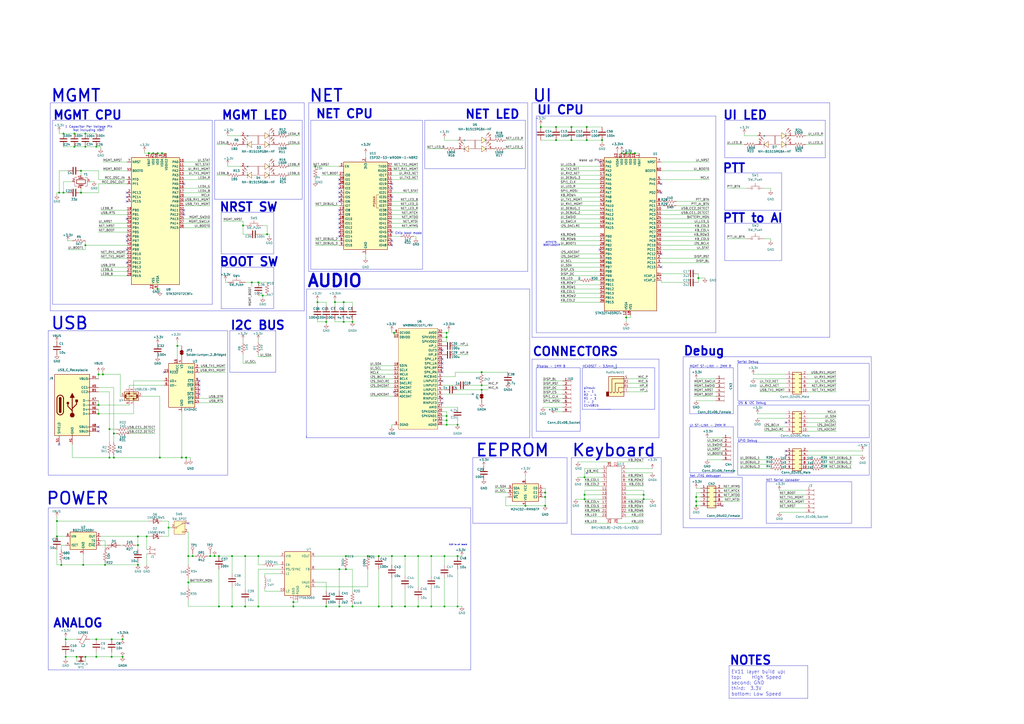
<source format=kicad_sch>
(kicad_sch (version 20231120) (generator "eeschema") (generator_version "8.0")
  (paper "A2")
  (title_block (title "EV12 FINN BERG & BRETT REGNIER") (date "2024/07/19") (company "CISCO SYSTEMS INC"))
  (junction (at 189.23 351.79))
  (junction (at 49.53 85.09))
  (junction (at 66.04 251.46))
  (junction (at 196.85 330.2))
  (junction (at 339.09 276.86))
  (junction (at 36.83 111.76))
  (junction (at 152.4 171.45))
  (junction (at 88.9 88.9))
  (junction (at 71.12 370.84))
  (junction (at 313.69 73.66))
  (junction (at 149.86 163.83))
  (junction (at 57.15 217.17))
  (junction (at 127 351.79))
  (junction (at 403.86 290.83))
  (junction (at 91.44 167.64))
  (junction (at 43.18 77.47))
  (junction (at 227.33 322.58))
  (junction (at 55.88 381))
  (junction (at 49.53 142.24))
  (junction (at 257.81 322.58))
  (junction (at 339.09 287.02))
  (junction (at 91.44 88.9))
  (junction (at 363.22 88.9))
  (junction (at 57.15 234.95))
  (junction (at 242.57 322.58))
  (junction (at 33.02 311.15))
  (junction (at 265.43 351.79))
  (junction (at 46.99 111.76))
  (junction (at 331.47 81.28))
  (junction (at 92.71 265.43))
  (junction (at 111.76 322.58))
  (junction (at 154.94 135.89))
  (junction (at 259.08 193.04))
  (junction (at 340.36 73.66))
  (junction (at 403.86 288.29))
  (junction (at 363.22 184.15))
  (junction (at 46.99 99.06))
  (junction (at 59.69 217.17))
  (junction (at 234.95 351.79))
  (junction (at 35.56 327.66))
  (junction (at 405.13 161.29))
  (junction (at 134.62 322.58))
  (junction (at 170.18 349.25))
  (junction (at 109.22 322.58))
  (junction (at 322.58 73.66))
  (junction (at 80.01 327.66))
  (junction (at 170.18 351.79))
  (junction (at 199.39 186.69))
  (junction (at 49.53 381))
  (junction (at 38.1 381))
  (junction (at 49.53 77.47))
  (junction (at 127 322.58))
  (junction (at 373.38 287.02))
  (junction (at 219.71 351.79))
  (junction (at 199.39 175.26))
  (junction (at 66.04 265.43))
  (junction (at 86.36 88.9))
  (junction (at 124.46 322.58))
  (junction (at 149.86 322.58))
  (junction (at 250.19 351.79))
  (junction (at 48.26 327.66))
  (junction (at 259.08 241.3))
  (junction (at 184.15 175.26))
  (junction (at 55.88 370.84))
  (junction (at 44.45 381))
  (junction (at 227.33 351.79))
  (junction (at 93.98 88.9))
  (junction (at 316.23 285.75))
  (junction (at 80.01 311.15))
  (junction (at 322.58 81.28))
  (junction (at 142.24 351.79))
  (junction (at 43.18 85.09))
  (junction (at 97.79 306.07))
  (junction (at 71.12 381))
  (junction (at 279.4 226.06))
  (junction (at 57.15 240.03))
  (junction (at 339.09 289.56))
  (junction (at 149.86 351.79))
  (junction (at 331.47 73.66))
  (junction (at 259.08 195.58))
  (junction (at 38.1 370.84))
  (junction (at 63.5 248.92))
  (junction (at 134.62 351.79))
  (junction (at 373.38 289.56))
  (junction (at 80.01 316.23))
  (junction (at 316.23 288.29))
  (junction (at 365.76 88.9))
  (junction (at 140.97 130.81))
  (junction (at 33.02 302.26))
  (junction (at 196.85 351.79))
  (junction (at 102.87 200.66))
  (junction (at 265.43 246.38))
  (junction (at 142.24 322.58))
  (junction (at 304.8 293.37))
  (junction (at 109.22 337.82))
  (junction (at 316.23 293.37))
  (junction (at 204.47 351.79))
  (junction (at 219.71 322.58))
  (junction (at 265.43 322.58))
  (junction (at 228.6 193.04))
  (junction (at 55.88 85.09))
  (junction (at 200.66 322.58))
  (junction (at 403.86 293.37))
  (junction (at 279.4 223.52))
  (junction (at 360.68 88.9))
  (junction (at 200.66 330.2))
  (junction (at 121.92 322.58))
  (junction (at 259.08 246.38))
  (junction (at 368.3 88.9))
  (junction (at 85.09 311.15))
  (junction (at 204.47 186.69))
  (junction (at 259.08 243.84))
  (junction (at 213.36 322.58))
  (junction (at 189.23 186.69))
  (junction (at 182.88 96.52))
  (junction (at 340.36 81.28))
  (junction (at 257.81 351.79))
  (junction (at 63.5 265.43))
  (junction (at 107.95 265.43))
  (junction (at 36.83 77.47))
  (junction (at 64.77 381))
  (junction (at 60.96 327.66))
  (junction (at 64.77 370.84))
  (junction (at 279.4 215.9))
  (junction (at 242.57 351.79))
  (junction (at 146.05 163.83))
  (junction (at 250.19 322.58))
  (junction (at 105.41 265.43))
  (junction (at 234.95 322.58))
  (junction (at 34.29 111.76))
  (junction (at 194.31 175.26))
  (junction (at 349.25 81.28))
  (no_connect (at 196.85 127))
  (no_connect (at 115.57 220.98))
  (no_connect (at 419.1 293.37))
  (no_connect (at 256.54 210.82))
  (no_connect (at 455.93 264.16))
  (no_connect (at 196.85 116.84))
  (no_connect (at 383.54 154.94))
  (no_connect (at 196.85 121.92))
  (no_connect (at 227.33 139.7))
  (no_connect (at 347.98 93.98))
  (no_connect (at 196.85 114.3))
  (no_connect (at 73.66 116.84))
  (no_connect (at 196.85 104.14))
  (no_connect (at 196.85 137.16))
  (no_connect (at 228.6 227.33))
  (no_connect (at 115.57 228.6))
  (no_connect (at 106.68 106.68))
  (no_connect (at 196.85 134.62))
  (no_connect (at 196.85 129.54))
  (no_connect (at 196.85 124.46))
  (no_connect (at 383.54 111.76))
  (no_connect (at 227.33 109.22))
  (no_connect (at 34.29 257.81))
  (no_connect (at 227.33 106.68))
  (no_connect (at 256.54 203.2))
  (no_connect (at 73.66 144.78))
  (no_connect (at 274.32 228.6))
  (no_connect (at 256.54 215.9))
  (no_connect (at 57.15 247.65))
  (no_connect (at 196.85 109.22))
  (no_connect (at 227.33 114.3))
  (no_connect (at 106.68 124.46))
  (no_connect (at 106.68 121.92))
  (no_connect (at 73.66 114.3))
  (no_connect (at 340.36 274.32))
  (no_connect (at 383.54 147.32))
  (no_connect (at 196.85 106.68))
  (no_connect (at 256.54 208.28))
  (no_connect (at 73.66 137.16))
  (no_connect (at 109.22 303.53))
  (no_connect (at 115.57 223.52))
  (no_connect (at 256.54 213.36))
  (no_connect (at 73.66 139.7))
  (no_connect (at 455.93 245.11))
  (no_connect (at 455.93 261.62))
  (no_connect (at 73.66 127))
  (no_connect (at 196.85 132.08))
  (no_connect (at 227.33 142.24))
  (no_connect (at 383.54 106.68))
  (no_connect (at 73.66 152.4))
  (no_connect (at 57.15 250.19))
  (no_connect (at 73.66 111.76))
  (no_connect (at 95.25 215.9))
  (no_connect (at 196.85 111.76))
  (no_connect (at 347.98 144.78))
  (no_connect (at 115.57 226.06))
  (no_connect (at 256.54 233.68))
  (no_connect (at 256.54 220.98))
  (no_connect (at 227.33 134.62))
  (no_connect (at 256.54 231.14))
  (wire (pts (xy 339.09 294.64) (xy 349.25 294.64)))
  (wire (pts (xy 335.28 267.97) (xy 354.33 267.97)))
  (wire (pts (xy 228.6 193.04) (xy 228.6 195.58)))
  (wire (pts (xy 214.63 214.63) (xy 228.6 214.63)))
  (wire (pts (xy 33.02 302.26) (xy 86.36 302.26)))
  (polyline (pts (xy 246.38 69.85) (xy 304.8 69.85)))
  (wire (pts (xy 182.88 340.36) (xy 213.36 340.36)))
  (wire (pts (xy 447.04 269.24) (xy 429.26 269.24)))
  (polyline (pts (xy 400.05 247.65) (xy 425.45 247.65)))
  (wire (pts (xy 74.93 224.79) (xy 74.93 223.52)))
  (wire (pts (xy 173.99 96.52) (xy 167.64 96.52)))
  (polyline (pts (xy 420.37 151.13) (xy 420.37 129.54)))
  (wire (pts (xy 455.93 227.33) (xy 440.69 227.33)))
  (wire (pts (xy 363.22 184.15) (xy 365.76 184.15)))
  (wire (pts (xy 39.37 144.78) (xy 49.53 144.78)))
  (wire (pts (xy 57.15 132.08) (xy 73.66 132.08)))
  (wire (pts (xy 316.23 285.75) (xy 316.23 288.29)))
  (wire (pts (xy 57.15 240.03) (xy 77.47 240.03)))
  (polyline (pts (xy 400.05 274.32) (xy 400.05 247.65)))
  (polyline (pts (xy 308.61 195.58) (xy 308.61 59.69)))
  (wire (pts (xy 162.56 330.2) (xy 149.86 330.2)))
  (wire (pts (xy 121.92 96.52) (xy 106.68 96.52)))
  (polyline (pts (xy 400.05 300.99) (xy 400.05 276.86)))
  (wire (pts (xy 93.98 88.9) (xy 96.52 88.9)))
  (polyline (pts (xy 27.94 294.64) (xy 31.75 294.64)))
  (wire (pts (xy 468.63 261.62) (xy 500.38 261.62)))
  (wire (pts (xy 132.08 78.74) (xy 139.7 78.74)))
  (wire (pts (xy 250.19 351.79) (xy 257.81 351.79)))
  (wire (pts (xy 447.04 109.22) (xy 447.04 110.49)))
  (wire (pts (xy 41.91 265.43) (xy 63.5 265.43)))
  (wire (pts (xy 121.92 93.98) (xy 106.68 93.98)))
  (wire (pts (xy 331.47 81.28) (xy 340.36 81.28)))
  (wire (pts (xy 58.42 149.86) (xy 73.66 149.86)))
  (polyline (pts (xy 306.07 157.48) (xy 179.07 157.48)))
  (wire (pts (xy 142.24 351.79) (xy 149.86 351.79)))
  (wire (pts (xy 132.08 163.83) (xy 130.81 163.83)))
  (wire (pts (xy 57.15 215.9) (xy 57.15 217.17)))
  (wire (pts (xy 149.86 207.01) (xy 149.86 205.74)))
  (polyline (pts (xy 400.05 213.36) (xy 425.45 213.36)))
  (polyline (pts (xy 336.55 250.19) (xy 311.15 250.19)))
  (wire (pts (xy 189.23 350.52) (xy 189.23 351.79)))
  (wire (pts (xy 347.98 167.64) (xy 325.12 167.64)))
  (wire (pts (xy 402.59 224.79) (xy 415.29 224.79)))
  (wire (pts (xy 120.65 322.58) (xy 121.92 322.58)))
  (wire (pts (xy 256.54 243.84) (xy 259.08 243.84)))
  (wire (pts (xy 339.09 299.72) (xy 349.25 299.72)))
  (wire (pts (xy 383.54 93.98) (xy 411.48 93.98)))
  (wire (pts (xy 109.22 337.82) (xy 109.22 340.36)))
  (wire (pts (xy 140.97 198.12) (xy 140.97 196.85)))
  (wire (pts (xy 66.04 224.79) (xy 66.04 251.46)))
  (wire (pts (xy 360.68 87.63) (xy 360.68 88.9)))
  (wire (pts (xy 64.77 381) (xy 55.88 381)))
  (wire (pts (xy 132.08 95.25) (xy 132.08 96.52)))
  (wire (pts (xy 149.86 330.2) (xy 149.86 351.79)))
  (wire (pts (xy 73.66 93.98) (xy 59.69 93.98)))
  (wire (pts (xy 383.54 137.16) (xy 411.48 137.16)))
  (wire (pts (xy 46.99 109.22) (xy 46.99 111.76)))
  (wire (pts (xy 363.22 182.88) (xy 363.22 184.15)))
  (wire (pts (xy 92.71 229.87) (xy 82.55 229.87)))
  (wire (pts (xy 257.81 351.79) (xy 265.43 351.79)))
  (wire (pts (xy 365.76 88.9) (xy 368.3 88.9)))
  (wire (pts (xy 454.66 269.24) (xy 455.93 269.24)))
  (wire (pts (xy 403.86 290.83) (xy 406.4 290.83)))
  (polyline (pts (xy 273.05 388.62) (xy 27.94 388.62)))
  (wire (pts (xy 485.14 245.11) (xy 468.63 245.11)))
  (wire (pts (xy 256.54 236.22) (xy 265.43 236.22)))
  (wire (pts (xy 149.86 207.01) (xy 157.48 207.01)))
  (polyline (pts (xy 421.64 69.85) (xy 478.79 69.85)))
  (wire (pts (xy 140.97 210.82) (xy 148.59 210.82)))
  (wire (pts (xy 41.91 105.41) (xy 36.83 105.41)))
  (wire (pts (xy 189.23 185.42) (xy 189.23 186.69)))
  (wire (pts (xy 58.42 147.32) (xy 73.66 147.32)))
  (wire (pts (xy 52.07 105.41) (xy 54.61 105.41)))
  (wire (pts (xy 455.93 224.79) (xy 440.69 224.79)))
  (wire (pts (xy 227.33 129.54) (xy 242.57 129.54)))
  (wire (pts (xy 410.21 256.54) (xy 419.1 256.54)))
  (wire (pts (xy 78.74 316.23) (xy 80.01 316.23)))
  (wire (pts (xy 234.95 334.01) (xy 234.95 322.58)))
  (wire (pts (xy 339.09 284.48) (xy 339.09 287.02)))
  (wire (pts (xy 58.42 160.02) (xy 73.66 160.02)))
  (wire (pts (xy 322.58 73.66) (xy 331.47 73.66)))
  (wire (pts (xy 227.33 101.6) (xy 242.57 101.6)))
  (wire (pts (xy 452.12 297.18) (xy 467.36 297.18)))
  (wire (pts (xy 35.56 327.66) (xy 48.26 327.66)))
  (wire (pts (xy 80.01 311.15) (xy 80.01 316.23)))
  (wire (pts (xy 204.47 186.69) (xy 199.39 186.69)))
  (wire (pts (xy 259.08 195.58) (xy 259.08 198.12)))
  (wire (pts (xy 383.54 132.08) (xy 411.48 132.08)))
  (wire (pts (xy 364.49 224.79) (xy 375.92 224.79)))
  (wire (pts (xy 121.92 99.06) (xy 106.68 99.06)))
  (wire (pts (xy 33.02 111.76) (xy 33.02 113.03)))
  (wire (pts (xy 121.92 321.31) (xy 121.92 322.58)))
  (wire (pts (xy 57.15 104.14) (xy 57.15 99.06)))
  (wire (pts (xy 214.63 224.79) (xy 228.6 224.79)))
  (wire (pts (xy 494.03 266.7) (xy 477.52 266.7)))
  (polyline (pts (xy 415.29 193.04) (xy 415.29 67.31)))
  (wire (pts (xy 182.88 330.2) (xy 196.85 330.2)))
  (wire (pts (xy 431.8 77.47) (xy 431.8 78.74)))
  (wire (pts (xy 39.37 139.7) (xy 41.91 139.7)))
  (wire (pts (xy 339.09 281.94) (xy 349.25 281.94)))
  (wire (pts (xy 55.88 370.84) (xy 52.07 370.84)))
  (wire (pts (xy 33.02 311.15) (xy 38.1 311.15)))
  (polyline (pts (xy 420.37 100.33) (xy 421.64 100.33)))
  (wire (pts (xy 170.18 347.98) (xy 170.18 349.25)))
  (wire (pts (xy 405.13 158.75) (xy 405.13 161.29)))
  (wire (pts (xy 325.12 114.3) (xy 347.98 114.3)))
  (wire (pts (xy 403.86 288.29) (xy 403.86 290.83)))
  (wire (pts (xy 334.01 289.56) (xy 339.09 289.56)))
  (wire (pts (xy 58.42 157.48) (xy 73.66 157.48)))
  (wire (pts (xy 204.47 350.52) (xy 204.47 351.79)))
  (wire (pts (xy 316.23 293.37) (xy 304.8 293.37)))
  (wire (pts (xy 149.86 351.79) (xy 170.18 351.79)))
  (wire (pts (xy 228.6 246.38) (xy 227.33 246.38)))
  (polyline (pts (xy 383.54 265.43) (xy 331.47 265.43)))
  (wire (pts (xy 186.69 101.6) (xy 196.85 101.6)))
  (wire (pts (xy 132.08 96.52) (xy 139.7 96.52)))
  (wire (pts (xy 227.33 327.66) (xy 227.33 322.58)))
  (wire (pts (xy 57.15 106.68) (xy 57.15 111.76)))
  (wire (pts (xy 39.37 99.06) (xy 34.29 99.06)))
  (wire (pts (xy 347.98 162.56) (xy 344.17 162.56)))
  (wire (pts (xy 259.08 195.58) (xy 256.54 195.58)))
  (wire (pts (xy 74.93 223.52) (xy 95.25 223.52)))
  (wire (pts (xy 200.66 322.58) (xy 213.36 322.58)))
  (wire (pts (xy 173.99 78.74) (xy 167.64 78.74)))
  (wire (pts (xy 49.53 77.47) (xy 55.88 77.47)))
  (wire (pts (xy 384.81 119.38) (xy 383.54 119.38)))
  (wire (pts (xy 452.12 287.02) (xy 467.36 287.02)))
  (wire (pts (xy 242.57 116.84) (xy 227.33 116.84)))
  (wire (pts (xy 339.09 289.56) (xy 349.25 289.56)))
  (wire (pts (xy 468.63 266.7) (xy 469.9 266.7)))
  (wire (pts (xy 143.51 135.89) (xy 140.97 135.89)))
  (wire (pts (xy 184.15 175.26) (xy 184.15 177.8)))
  (wire (pts (xy 316.23 285.75) (xy 314.96 285.75)))
  (wire (pts (xy 242.57 322.58) (xy 250.19 322.58)))
  (wire (pts (xy 35.56 318.77) (xy 35.56 316.23)))
  (wire (pts (xy 443.23 138.43) (xy 447.04 138.43)))
  (polyline (pts (xy 453.39 151.13) (xy 420.37 151.13)))
  (wire (pts (xy 347.98 137.16) (xy 325.12 137.16)))
  (wire (pts (xy 468.63 271.78) (xy 469.9 271.78)))
  (wire (pts (xy 227.33 335.28) (xy 227.33 351.79)))
  (wire (pts (xy 267.97 322.58) (xy 265.43 322.58)))
  (wire (pts (xy 57.15 99.06) (xy 46.99 99.06)))
  (polyline (pts (xy 175.26 115.57) (xy 124.46 115.57)))
  (wire (pts (xy 149.86 196.85) (xy 149.86 198.12)))
  (wire (pts (xy 182.88 322.58) (xy 200.66 322.58)))
  (wire (pts (xy 227.33 137.16) (xy 232.41 137.16)))
  (wire (pts (xy 80.01 326.39) (xy 80.01 327.66)))
  (polyline (pts (xy 311.15 213.36) (xy 336.55 213.36)))
  (wire (pts (xy 325.12 124.46) (xy 347.98 124.46)))
  (wire (pts (xy 88.9 167.64) (xy 91.44 167.64)))
  (wire (pts (xy 340.36 274.32) (xy 349.25 274.32)))
  (wire (pts (xy 363.22 184.15) (xy 363.22 186.69)))
  (wire (pts (xy 63.5 227.33) (xy 63.5 248.92)))
  (polyline (pts (xy 124.46 69.85) (xy 175.26 69.85)))
  (wire (pts (xy 149.86 327.66) (xy 152.4 327.66)))
  (wire (pts (xy 304.8 275.59) (xy 304.8 278.13)))
  (polyline (pts (xy 160.02 215.9) (xy 160.02 191.77)))
  (wire (pts (xy 189.23 175.26) (xy 189.23 177.8)))
  (polyline (pts (xy 27.94 388.62) (xy 27.94 294.64)))
  (wire (pts (xy 234.95 322.58) (xy 242.57 322.58)))
  (wire (pts (xy 403.86 288.29) (xy 406.4 288.29)))
  (wire (pts (xy 406.4 285.75) (xy 403.86 285.75)))
  (wire (pts (xy 339.09 287.02) (xy 349.25 287.02)))
  (wire (pts (xy 383.54 127) (xy 411.48 127)))
  (wire (pts (xy 316.23 283.21) (xy 314.96 283.21)))
  (wire (pts (xy 325.12 96.52) (xy 347.98 96.52)))
  (wire (pts (xy 468.63 264.16) (xy 500.38 264.16)))
  (wire (pts (xy 383.54 152.4) (xy 411.48 152.4)))
  (wire (pts (xy 55.88 85.09) (xy 58.42 85.09)))
  (wire (pts (xy 194.31 175.26) (xy 199.39 175.26)))
  (wire (pts (xy 256.54 228.6) (xy 274.32 228.6)))
  (wire (pts (xy 431.8 83.82) (xy 421.64 83.82)))
  (wire (pts (xy 287.02 283.21) (xy 294.64 283.21)))
  (wire (pts (xy 347.98 160.02) (xy 325.12 160.02)))
  (wire (pts (xy 242.57 351.79) (xy 250.19 351.79)))
  (wire (pts (xy 214.63 219.71) (xy 228.6 219.71)))
  (wire (pts (xy 63.5 248.92) (xy 67.31 248.92)))
  (wire (pts (xy 313.69 73.66) (xy 322.58 73.66)))
  (wire (pts (xy 439.42 240.03) (xy 455.93 240.03)))
  (wire (pts (xy 403.86 232.41) (xy 415.29 232.41)))
  (wire (pts (xy 204.47 175.26) (xy 204.47 177.8)))
  (polyline (pts (xy 422.91 386.08) (xy 468.63 386.08)))
  (wire (pts (xy 184.15 186.69) (xy 189.23 186.69)))
  (wire (pts (xy 182.88 105.41) (xy 182.88 104.14)))
  (wire (pts (xy 347.98 139.7) (xy 325.12 139.7)))
  (wire (pts (xy 182.88 142.24) (xy 196.85 142.24)))
  (wire (pts (xy 485.14 217.17) (xy 468.63 217.17)))
  (wire (pts (xy 48.26 327.66) (xy 60.96 327.66)))
  (wire (pts (xy 97.79 302.26) (xy 97.79 306.07)))
  (wire (pts (xy 335.28 276.86) (xy 339.09 276.86)))
  (wire (pts (xy 71.12 370.84) (xy 64.77 370.84)))
  (wire (pts (xy 125.73 83.82) (xy 132.08 83.82)))
  (wire (pts (xy 170.18 349.25) (xy 170.18 351.79)))
  (wire (pts (xy 152.4 171.45) (xy 154.94 171.45)))
  (wire (pts (xy 429.26 283.21) (xy 419.1 283.21)))
  (wire (pts (xy 383.54 163.83) (xy 383.54 162.56)))
  (wire (pts (xy 93.98 311.15) (xy 97.79 311.15)))
  (wire (pts (xy 142.24 322.58) (xy 149.86 322.58)))
  (polyline (pts (xy 340.36 213.36) (xy 379.73 213.36)))
  (wire (pts (xy 383.54 149.86) (xy 411.48 149.86)))
  (wire (pts (xy 234.95 341.63) (xy 234.95 351.79)))
  (wire (pts (xy 265.43 351.79) (xy 265.43 330.2)))
  (wire (pts (xy 97.79 311.15) (xy 97.79 306.07)))
  (wire (pts (xy 227.33 132.08) (xy 242.57 132.08)))
  (wire (pts (xy 189.23 337.82) (xy 182.88 337.82)))
  (wire (pts (xy 293.37 86.36) (xy 303.53 86.36)))
  (wire (pts (xy 325.12 109.22) (xy 347.98 109.22)))
  (wire (pts (xy 316.23 288.29) (xy 314.96 288.29)))
  (wire (pts (xy 109.22 351.79) (xy 127 351.79)))
  (wire (pts (xy 121.92 109.22) (xy 106.68 109.22)))
  (wire (pts (xy 212.09 88.9) (xy 212.09 91.44)))
  (wire (pts (xy 264.16 215.9) (xy 264.16 218.44)))
  (wire (pts (xy 80.01 316.23) (xy 80.01 318.77)))
  (wire (pts (xy 194.31 186.69) (xy 194.31 185.42)))
  (wire (pts (xy 485.14 242.57) (xy 468.63 242.57)))
  (wire (pts (xy 378.46 289.56) (xy 373.38 289.56)))
  (wire (pts (xy 256.54 246.38) (xy 259.08 246.38)))
  (wire (pts (xy 313.69 81.28) (xy 322.58 81.28)))
  (wire (pts (xy 49.53 381) (xy 55.88 381)))
  (wire (pts (xy 109.22 327.66) (xy 109.22 322.58)))
  (wire (pts (xy 189.23 187.96) (xy 189.23 186.69)))
  (wire (pts (xy 325.12 127) (xy 347.98 127)))
  (wire (pts (xy 152.4 130.81) (xy 154.94 130.81)))
  (polyline (pts (xy 400.05 240.03) (xy 400.05 213.36)))
  (wire (pts (xy 485.14 247.65) (xy 468.63 247.65)))
  (polyline (pts (xy 304.8 97.79) (xy 246.38 97.79)))
  (wire (pts (xy 485.14 219.71) (xy 468.63 219.71)))
  (wire (pts (xy 199.39 175.26) (xy 204.47 175.26)))
  (wire (pts (xy 383.54 99.06) (xy 411.48 99.06)))
  (wire (pts (xy 67.31 251.46) (xy 66.04 251.46)))
  (wire (pts (xy 383.54 158.75) (xy 383.54 160.02)))
  (wire (pts (xy 49.53 142.24) (xy 49.53 144.78)))
  (wire (pts (xy 364.49 222.25) (xy 375.92 222.25)))
  (polyline (pts (xy 304.8 69.85) (xy 304.8 97.79)))
  (wire (pts (xy 134.62 322.58) (xy 142.24 322.58)))
  (polyline (pts (xy 478.79 69.85) (xy 478.79 91.44)))
  (wire (pts (xy 184.15 173.99) (xy 184.15 175.26)))
  (wire (pts (xy 69.85 217.17) (xy 59.69 217.17)))
  (wire (pts (xy 58.42 124.46) (xy 73.66 124.46)))
  (wire (pts (xy 339.09 287.02) (xy 339.09 289.56)))
  (wire (pts (xy 347.98 170.18) (xy 325.12 170.18)))
  (wire (pts (xy 57.15 111.76) (xy 46.99 111.76)))
  (wire (pts (xy 49.53 139.7) (xy 49.53 142.24)))
  (wire (pts (xy 403.86 283.21) (xy 406.4 283.21)))
  (wire (pts (xy 347.98 165.1) (xy 325.12 165.1)))
  (polyline (pts (xy 453.39 129.54) (xy 453.39 151.13)))
  (wire (pts (xy 194.31 175.26) (xy 194.31 177.8)))
  (wire (pts (xy 339.09 303.53) (xy 354.33 303.53)))
  (wire (pts (xy 80.01 311.15) (xy 85.09 311.15)))
  (wire (pts (xy 212.09 149.86) (xy 212.09 147.32)))
  (wire (pts (xy 102.87 198.12) (xy 102.87 200.66)))
  (wire (pts (xy 130.81 163.83) (xy 130.81 162.56)))
  (wire (pts (xy 410.21 261.62) (xy 419.1 261.62)))
  (wire (pts (xy 336.55 162.56) (xy 325.12 162.56)))
  (wire (pts (xy 35.56 327.66) (xy 35.56 326.39)))
  (wire (pts (xy 90.17 251.46) (xy 74.93 251.46)))
  (wire (pts (xy 447.04 271.78) (xy 429.26 271.78)))
  (polyline (pts (xy 331.47 309.88) (xy 383.54 309.88)))
  (wire (pts (xy 316.23 283.21) (xy 316.23 285.75)))
  (wire (pts (xy 257.81 81.28) (xy 265.43 81.28)))
  (wire (pts (xy 363.22 294.64) (xy 373.38 294.64)))
  (wire (pts (xy 121.92 104.14) (xy 106.68 104.14)))
  (wire (pts (xy 455.93 222.25) (xy 440.69 222.25)))
  (wire (pts (xy 339.09 292.1) (xy 349.25 292.1)))
  (wire (pts (xy 44.45 370.84) (xy 38.1 370.84)))
  (wire (pts (xy 134.62 332.74) (xy 134.62 322.58)))
  (wire (pts (xy 373.38 287.02) (xy 373.38 284.48)))
  (wire (pts (xy 152.4 172.72) (xy 152.4 171.45)))
  (wire (pts (xy 360.68 88.9) (xy 363.22 88.9)))
  (wire (pts (xy 55.88 381) (xy 55.88 378.46)))
  (wire (pts (xy 57.15 224.79) (xy 66.04 224.79)))
  (wire (pts (xy 373.38 303.53) (xy 358.14 303.53)))
  (wire (pts (xy 260.35 193.04) (xy 260.35 191.77)))
  (wire (pts (xy 363.22 279.4) (xy 373.38 279.4)))
  (wire (pts (xy 325.12 129.54) (xy 347.98 129.54)))
  (wire (pts (xy 142.24 341.63) (xy 142.24 322.58)))
  (wire (pts (xy 339.09 271.78) (xy 349.25 271.78)))
  (wire (pts (xy 48.26 321.31) (xy 48.26 327.66)))
  (wire (pts (xy 242.57 340.36) (xy 242.57 322.58)))
  (wire (pts (xy 447.04 266.7) (xy 429.26 266.7)))
  (wire (pts (xy 184.15 185.42) (xy 184.15 186.69)))
  (wire (pts (xy 403.86 290.83) (xy 403.86 293.37)))
  (wire (pts (xy 410.21 264.16) (xy 419.1 264.16)))
  (wire (pts (xy 242.57 121.92) (xy 227.33 121.92)))
  (wire (pts (xy 383.54 158.75) (xy 397.51 158.75)))
  (wire (pts (xy 347.98 175.26) (xy 325.12 175.26)))
  (wire (pts (xy 140.97 130.81) (xy 140.97 135.89)))
  (wire (pts (xy 256.54 238.76) (xy 259.08 238.76)))
  (wire (pts (xy 363.22 271.78) (xy 378.46 271.78)))
  (wire (pts (xy 121.92 322.58) (xy 124.46 322.58)))
  (wire (pts (xy 85.09 311.15) (xy 85.09 318.77)))
  (wire (pts (xy 41.91 265.43) (xy 41.91 257.81)))
  (wire (pts (xy 39.37 111.76) (xy 36.83 111.76)))
  (wire (pts (xy 146.05 163.83) (xy 149.86 163.83)))
  (wire (pts (xy 154.94 135.89) (xy 156.21 135.89)))
  (wire (pts (xy 383.54 163.83) (xy 397.51 163.83)))
  (wire (pts (xy 264.16 215.9) (xy 279.4 215.9)))
  (wire (pts (xy 214.63 229.87) (xy 228.6 229.87)))
  (wire (pts (xy 142.24 163.83) (xy 146.05 163.83)))
  (polyline (pts (xy 328.93 265.43) (xy 328.93 303.53)))
  (wire (pts (xy 92.71 229.87) (xy 92.71 265.43)))
  (wire (pts (xy 347.98 142.24) (xy 325.12 142.24)))
  (wire (pts (xy 58.42 313.69) (xy 60.96 313.69)))
  (polyline (pts (xy 274.32 265.43) (xy 328.93 265.43)))
  (wire (pts (xy 257.81 335.28) (xy 257.81 351.79)))
  (wire (pts (xy 57.15 217.17) (xy 57.15 219.71)))
  (wire (pts (xy 363.22 284.48) (xy 373.38 284.48)))
  (wire (pts (xy 294.64 223.52) (xy 294.64 222.25)))
  (wire (pts (xy 170.18 351.79) (xy 189.23 351.79)))
  (wire (pts (xy 227.33 99.06) (xy 242.57 99.06)))
  (wire (pts (xy 33.02 327.66) (xy 35.56 327.66)))
  (wire (pts (xy 129.54 128.27) (xy 140.97 128.27)))
  (wire (pts (xy 411.48 116.84) (xy 392.43 116.84)))
  (wire (pts (xy 485.14 222.25) (xy 468.63 222.25)))
  (wire (pts (xy 63.5 264.16) (xy 63.5 265.43)))
  (wire (pts (xy 60.96 327.66) (xy 80.01 327.66)))
  (polyline (pts (xy 123.19 69.85) (xy 123.19 176.53)))
  (wire (pts (xy 322.58 81.28) (xy 331.47 81.28)))
  (polyline (pts (xy 430.53 276.86) (xy 430.53 300.99)))
  (wire (pts (xy 194.31 173.99) (xy 194.31 175.26)))
  (wire (pts (xy 219.71 351.79) (xy 227.33 351.79)))
  (wire (pts (xy 410.21 266.7) (xy 419.1 266.7)))
  (wire (pts (xy 38.1 382.27) (xy 38.1 381)))
  (wire (pts (xy 34.29 76.2) (xy 34.29 77.47)))
  (wire (pts (xy 49.53 142.24) (xy 73.66 142.24)))
  (wire (pts (xy 485.14 240.03) (xy 468.63 240.03)))
  (wire (pts (xy 325.12 116.84) (xy 347.98 116.84)))
  (wire (pts (xy 34.29 111.76) (xy 33.02 111.76)))
  (wire (pts (xy 102.87 200.66) (xy 102.87 208.28)))
  (wire (pts (xy 196.85 350.52) (xy 196.85 351.79)))
  (wire (pts (xy 91.44 167.64) (xy 92.71 167.64)))
  (wire (pts (xy 410.21 259.08) (xy 419.1 259.08)))
  (polyline (pts (xy 420.37 69.85) (xy 421.64 69.85)))
  (polyline (pts (xy 425.45 240.03) (xy 400.05 240.03)))
  (wire (pts (xy 383.54 124.46) (xy 411.48 124.46)))
  (polyline (pts (xy 124.46 69.85) (xy 124.46 115.57)))
  (wire (pts (xy 325.12 119.38) (xy 347.98 119.38)))
  (wire (pts (xy 85.09 311.15) (xy 86.36 311.15)))
  (wire (pts (xy 363.22 287.02) (xy 373.38 287.02)))
  (polyline (pts (xy 425.45 247.65) (xy 425.45 274.32)))
  (wire (pts (xy 283.21 226.06) (xy 279.4 226.06)))
  (polyline (pts (xy 453.39 121.92) (xy 420.37 121.92)))
  (wire (pts (xy 214.63 217.17) (xy 228.6 217.17)))
  (wire (pts (xy 196.85 351.79) (xy 204.47 351.79)))
  (wire (pts (xy 314.96 231.14) (xy 326.39 231.14)))
  (wire (pts (xy 140.97 210.82) (xy 140.97 205.74)))
  (polyline (pts (xy 311.15 193.04) (xy 415.29 193.04)))
  (wire (pts (xy 77.47 220.98) (xy 95.25 220.98)))
  (wire (pts (xy 121.92 129.54) (xy 106.68 129.54)))
  (wire (pts (xy 257.81 322.58) (xy 265.43 322.58)))
  (wire (pts (xy 402.59 222.25) (xy 415.29 222.25)))
  (wire (pts (xy 189.23 175.26) (xy 184.15 175.26)))
  (polyline (pts (xy 311.15 213.36) (xy 311.15 250.19)))
  (wire (pts (xy 259.08 198.12) (xy 256.54 198.12)))
  (polyline (pts (xy 245.11 156.21) (xy 245.11 69.85)))
  (wire (pts (xy 204.47 185.42) (xy 204.47 186.69)))
  (wire (pts (xy 339.09 284.48) (xy 349.25 284.48)))
  (wire (pts (xy 439.42 242.57) (xy 455.93 242.57)))
  (wire (pts (xy 172.72 349.25) (xy 170.18 349.25)))
  (wire (pts (xy 154.94 130.81) (xy 154.94 135.89)))
  (wire (pts (xy 227.33 127) (xy 242.57 127)))
  (polyline (pts (xy 331.47 265.43) (xy 331.47 265.43)))
  (wire (pts (xy 279.4 215.9) (xy 294.64 215.9)))
  (wire (pts (xy 199.39 185.42) (xy 199.39 186.69)))
  (wire (pts (xy 127 322.58) (xy 134.62 322.58)))
  (wire (pts (xy 347.98 147.32) (xy 325.12 147.32)))
  (polyline (pts (xy 481.33 195.58) (xy 308.61 195.58)))
  (wire (pts (xy 227.33 111.76) (xy 242.57 111.76)))
  (wire (pts (xy 265.43 351.79) (xy 267.97 351.79)))
  (wire (pts (xy 92.71 265.43) (xy 105.41 265.43)))
  (polyline (pts (xy 160.02 191.77) (xy 133.35 191.77)))
  (wire (pts (xy 57.15 227.33) (xy 63.5 227.33)))
  (wire (pts (xy 316.23 288.29) (xy 316.23 293.37)))
  (wire (pts (xy 485.14 224.79) (xy 468.63 224.79)))
  (wire (pts (xy 467.36 78.74) (xy 477.52 78.74)))
  (wire (pts (xy 121.92 101.6) (xy 106.68 101.6)))
  (wire (pts (xy 314.96 226.06) (xy 326.39 226.06)))
  (wire (pts (xy 115.57 231.14) (xy 129.54 231.14)))
  (wire (pts (xy 214.63 222.25) (xy 228.6 222.25)))
  (wire (pts (xy 64.77 370.84) (xy 55.88 370.84)))
  (wire (pts (xy 260.35 193.04) (xy 259.08 193.04)))
  (wire (pts (xy 365.76 182.88) (xy 365.76 184.15)))
  (wire (pts (xy 265.43 226.06) (xy 279.4 226.06)))
  (wire (pts (xy 213.36 322.58) (xy 219.71 322.58)))
  (wire (pts (xy 86.36 88.9) (xy 83.82 88.9)))
  (polyline (pts (xy 133.35 215.9) (xy 160.02 215.9)))
  (wire (pts (xy 110.49 265.43) (xy 110.49 266.7)))
  (wire (pts (xy 383.54 144.78) (xy 411.48 144.78)))
  (wire (pts (xy 69.85 217.17) (xy 69.85 229.87)))
  (wire (pts (xy 339.09 279.4) (xy 349.25 279.4)))
  (wire (pts (xy 402.59 227.33) (xy 415.29 227.33)))
  (polyline (pts (xy 311.15 67.31) (xy 415.29 67.31)))
  (wire (pts (xy 363.22 274.32) (xy 378.46 274.32)))
  (wire (pts (xy 151.13 135.89) (xy 154.94 135.89)))
  (wire (pts (xy 403.86 285.75) (xy 403.86 288.29)))
  (wire (pts (xy 494.03 271.78) (xy 477.52 271.78)))
  (wire (pts (xy 134.62 351.79) (xy 142.24 351.79)))
  (wire (pts (xy 124.46 322.58) (xy 127 322.58)))
  (wire (pts (xy 256.54 193.04) (xy 259.08 193.04)))
  (polyline (pts (xy 273.05 294.64) (xy 273.05 388.62)))
  (wire (pts (xy 149.86 322.58) (xy 162.56 322.58)))
  (wire (pts (xy 64.77 381) (xy 71.12 381)))
  (wire (pts (xy 182.88 96.52) (xy 196.85 96.52)))
  (wire (pts (xy 363.22 276.86) (xy 373.38 276.86)))
  (wire (pts (xy 33.02 318.77) (xy 33.02 327.66)))
  (polyline (pts (xy 179.07 157.48) (xy 179.07 59.69)))
  (wire (pts (xy 57.15 134.62) (xy 73.66 134.62)))
  (wire (pts (xy 242.57 347.98) (xy 242.57 351.79)))
  (wire (pts (xy 204.47 351.79) (xy 219.71 351.79)))
  (wire (pts (xy 102.87 200.66) (xy 105.41 200.66)))
  (wire (pts (xy 331.47 73.66) (xy 340.36 73.66)))
  (wire (pts (xy 57.15 106.68) (xy 73.66 106.68)))
  (wire (pts (xy 88.9 88.9) (xy 91.44 88.9)))
  (polyline (pts (xy 478.79 91.44) (xy 420.37 91.44)))
  (wire (pts (xy 363.22 292.1) (xy 373.38 292.1)))
  (wire (pts (xy 149.86 171.45) (xy 152.4 171.45)))
  (wire (pts (xy 240.03 137.16) (xy 241.3 137.16)))
  (wire (pts (xy 349.25 82.55) (xy 349.25 81.28)))
  (polyline (pts (xy 400.05 276.86) (xy 430.53 276.86)))
  (wire (pts (xy 36.83 77.47) (xy 43.18 77.47)))
  (wire (pts (xy 214.63 212.09) (xy 228.6 212.09)))
  (wire (pts (xy 421.64 138.43) (xy 433.07 138.43)))
  (wire (pts (xy 44.45 381) (xy 44.45 383.54)))
  (wire (pts (xy 66.04 264.16) (xy 66.04 265.43)))
  (wire (pts (xy 340.36 73.66) (xy 349.25 73.66)))
  (wire (pts (xy 368.3 88.9) (xy 370.84 88.9)))
  (wire (pts (xy 242.57 119.38) (xy 227.33 119.38)))
  (wire (pts (xy 494.03 269.24) (xy 477.52 269.24)))
  (wire (pts (xy 92.71 167.64) (xy 92.71 168.91)))
  (wire (pts (xy 149.86 322.58) (xy 149.86 327.66)))
  (wire (pts (xy 109.22 335.28) (xy 109.22 337.82)))
  (wire (pts (xy 105.41 265.43) (xy 107.95 265.43)))
  (wire (pts (xy 314.96 236.22) (xy 326.39 236.22)))
  (wire (pts (xy 347.98 172.72) (xy 325.12 172.72)))
  (polyline (pts (xy 177.8 254) (xy 177.8 252.73)))
  (wire (pts (xy 256.54 241.3) (xy 259.08 241.3)))
  (wire (pts (xy 73.66 99.06) (xy 59.69 99.06)))
  (wire (pts (xy 363.22 299.72) (xy 373.38 299.72)))
  (wire (pts (xy 34.29 77.47) (xy 36.83 77.47)))
  (polyline (pts (xy 331.47 265.43) (xy 331.47 309.88)))
  (wire (pts (xy 259.08 238.76) (xy 259.08 241.3)))
  (wire (pts (xy 115.57 215.9) (xy 130.81 215.9)))
  (wire (pts (xy 181.61 96.52) (xy 182.88 96.52)))
  (polyline (pts (xy 430.53 300.99) (xy 400.05 300.99)))
  (wire (pts (xy 383.54 139.7) (xy 411.48 139.7)))
  (wire (pts (xy 325.12 121.92) (xy 347.98 121.92)))
  (wire (pts (xy 454.66 271.78) (xy 455.93 271.78)))
  (wire (pts (xy 452.12 294.64) (xy 467.36 294.64)))
  (wire (pts (xy 383.54 134.62) (xy 411.48 134.62)))
  (polyline (pts (xy 274.32 303.53) (xy 274.32 265.43)))
  (wire (pts (xy 402.59 229.87) (xy 415.29 229.87)))
  (wire (pts (xy 189.23 351.79) (xy 196.85 351.79)))
  (wire (pts (xy 455.93 219.71) (xy 436.88 219.71)))
  (wire (pts (xy 35.56 316.23) (xy 38.1 316.23)))
  (wire (pts (xy 443.23 109.22) (xy 447.04 109.22)))
  (wire (pts (xy 162.56 332.74) (xy 153.67 332.74)))
  (wire (pts (xy 36.83 111.76) (xy 34.29 111.76)))
  (wire (pts (xy 49.53 85.09) (xy 55.88 85.09)))
  (polyline (pts (xy 420.37 129.54) (xy 422.91 129.54)))
  (wire (pts (xy 364.49 227.33) (xy 375.92 227.33)))
  (polyline (pts (xy 481.33 59.69) (xy 481.33 195.58)))
  (wire (pts (xy 160.02 327.66) (xy 162.56 327.66)))
  (wire (pts (xy 199.39 175.26) (xy 199.39 177.8)))
  (wire (pts (xy 227.33 193.04) (xy 227.33 191.77)))
  (wire (pts (xy 452.12 284.48) (xy 467.36 284.48)))
  (polyline (pts (xy 30.48 69.85) (xy 123.19 69.85)))
  (wire (pts (xy 429.26 288.29) (xy 419.1 288.29)))
  (wire (pts (xy 405.13 161.29) (xy 408.94 161.29)))
  (wire (pts (xy 347.98 154.94) (xy 325.12 154.94)))
  (wire (pts (xy 241.3 137.16) (xy 241.3 138.43)))
  (wire (pts (xy 293.37 288.29) (xy 294.64 288.29)))
  (wire (pts (xy 106.68 132.08) (xy 121.92 132.08)))
  (wire (pts (xy 173.99 101.6) (xy 167.64 101.6)))
  (wire (pts (xy 63.5 248.92) (xy 63.5 256.54)))
  (wire (pts (xy 58.42 121.92) (xy 73.66 121.92)))
  (wire (pts (xy 199.39 186.69) (xy 194.31 186.69)))
  (wire (pts (xy 373.38 267.97) (xy 358.14 267.97)))
  (wire (pts (xy 314.96 233.68) (xy 326.39 233.68)))
  (wire (pts (xy 384.81 116.84) (xy 383.54 116.84)))
  (wire (pts (xy 142.24 349.25) (xy 142.24 351.79)))
  (wire (pts (xy 66.04 251.46) (xy 66.04 256.54)))
  (polyline (pts (xy 383.54 309.88) (xy 383.54 265.43)))
  (wire (pts (xy 109.22 322.58) (xy 111.76 322.58)))
  (polyline (pts (xy 421.64 100.33) (xy 453.39 100.33)))
  (polyline (pts (xy 453.39 100.33) (xy 453.39 121.92)))
  (wire (pts (xy 204.47 342.9) (xy 204.47 330.2)))
  (wire (pts (xy 443.23 247.65) (xy 455.93 247.65)))
  (wire (pts (xy 127 351.79) (xy 134.62 351.79)))
  (polyline (pts (xy 379.73 213.36) (xy 379.73 237.49)))
  (wire (pts (xy 257.81 80.01) (xy 257.81 81.28)))
  (wire (pts (xy 125.73 101.6) (xy 132.08 101.6)))
  (wire (pts (xy 107.95 265.43) (xy 110.49 265.43)))
  (wire (pts (xy 264.16 218.44) (xy 256.54 218.44)))
  (wire (pts (xy 405.13 161.29) (xy 405.13 163.83)))
  (wire (pts (xy 347.98 157.48) (xy 325.12 157.48)))
  (wire (pts (xy 86.36 88.9) (xy 88.9 88.9)))
  (wire (pts (xy 69.85 316.23) (xy 71.12 316.23)))
  (wire (pts (xy 410.21 254) (xy 419.1 254)))
  (wire (pts (xy 485.14 227.33) (xy 468.63 227.33)))
  (wire (pts (xy 93.98 302.26) (xy 97.79 302.26)))
  (polyline (pts (xy 422.91 386.08) (xy 422.91 405.13)))
  (polyline (pts (xy 180.34 156.21) (xy 245.11 156.21)))
  (wire (pts (xy 49.53 381) (xy 49.53 383.54)))
  (wire (pts (xy 383.54 142.24) (xy 411.48 142.24)))
  (wire (pts (xy 115.57 233.68) (xy 129.54 233.68)))
  (wire (pts (xy 60.96 313.69) (xy 60.96 318.77)))
  (wire (pts (xy 60.96 327.66) (xy 60.96 326.39)))
  (polyline (pts (xy 133.35 191.77) (xy 133.35 215.9)))
  (wire (pts (xy 121.92 116.84) (xy 106.68 116.84)))
  (polyline (pts (xy 337.82 213.36) (xy 340.36 213.36)))
  (polyline (pts (xy 246.38 97.79) (xy 246.38 69.85)))
  (polyline (pts (xy 420.37 91.44) (xy 420.37 69.85)))
  (wire (pts (xy 57.15 234.95) (xy 74.93 234.95)))
  (wire (pts (xy 219.71 330.2) (xy 219.71 351.79)))
  (wire (pts (xy 447.04 138.43) (xy 447.04 139.7)))
  (wire (pts (xy 43.18 77.47) (xy 49.53 77.47)))
  (wire (pts (xy 383.54 129.54) (xy 411.48 129.54)))
  (wire (pts (xy 429.26 290.83) (xy 419.1 290.83)))
  (wire (pts (xy 83.82 87.63) (xy 83.82 88.9)))
  (wire (pts (xy 90.17 248.92) (xy 74.93 248.92)))
  (wire (pts (xy 485.14 250.19) (xy 468.63 250.19)))
  (wire (pts (xy 77.47 240.03) (xy 77.47 234.95)))
  (wire (pts (xy 383.54 104.14) (xy 411.48 104.14)))
  (polyline (pts (xy 346.71 237.49) (xy 354.33 237.49)))
  (wire (pts (xy 38.1 381) (xy 38.1 379.73)))
  (wire (pts (xy 58.42 316.23) (xy 62.23 316.23)))
  (wire (pts (xy 77.47 220.98) (xy 77.47 224.79)))
  (wire (pts (xy 256.54 223.52) (xy 264.16 223.52)))
  (wire (pts (xy 121.92 111.76) (xy 106.68 111.76)))
  (wire (pts (xy 421.64 109.22) (xy 433.07 109.22)))
  (wire (pts (xy 219.71 322.58) (xy 227.33 322.58)))
  (wire (pts (xy 314.96 220.98) (xy 326.39 220.98)))
  (polyline (pts (xy 180.34 69.85) (xy 180.34 156.21)))
  (wire (pts (xy 325.12 106.68) (xy 347.98 106.68)))
  (wire (pts (xy 38.1 381) (xy 44.45 381)))
  (polyline (pts (xy 379.73 237.49) (xy 346.71 237.49)))
  (wire (pts (xy 121.92 119.38) (xy 106.68 119.38)))
  (wire (pts (xy 429.26 285.75) (xy 419.1 285.75)))
  (wire (pts (xy 109.22 351.79) (xy 109.22 347.98)))
  (wire (pts (xy 121.92 114.3) (xy 106.68 114.3)))
  (wire (pts (xy 250.19 341.63) (xy 250.19 351.79)))
  (wire (pts (xy 38.1 372.11) (xy 38.1 370.84)))
  (wire (pts (xy 256.54 226.06) (xy 257.81 226.06)))
  (wire (pts (xy 33.02 302.26) (xy 33.02 311.15)))
  (wire (pts (xy 325.12 111.76) (xy 347.98 111.76)))
  (wire (pts (xy 293.37 288.29) (xy 293.37 293.37)))
  (polyline (pts (xy 180.34 69.85) (xy 245.11 69.85)))
  (polyline (pts (xy 31.75 294.64) (xy 273.05 294.64)))
  (wire (pts (xy 358.14 87.63) (xy 358.14 88.9)))
  (wire (pts (xy 383.54 121.92) (xy 411.48 121.92)))
  (wire (pts (xy 314.96 223.52) (xy 326.39 223.52)))
  (wire (pts (xy 59.69 217.17) (xy 57.15 217.17)))
  (wire (pts (xy 363.22 88.9) (xy 365.76 88.9)))
  (polyline (pts (xy 175.26 69.85) (xy 175.26 115.57)))
  (wire (pts (xy 134.62 340.36) (xy 134.62 351.79)))
  (wire (pts (xy 454.66 266.7) (xy 455.93 266.7)))
  (wire (pts (xy 322.58 238.76) (xy 326.39 238.76)))
  (polyline (pts (xy 308.61 59.69) (xy 481.33 59.69)))
  (wire (pts (xy 91.44 88.9) (xy 93.98 88.9)))
  (wire (pts (xy 363.22 281.94) (xy 373.38 281.94)))
  (wire (pts (xy 46.99 99.06) (xy 46.99 101.6)))
  (wire (pts (xy 452.12 292.1) (xy 467.36 292.1)))
  (polyline (pts (xy 337.82 237.49) (xy 337.82 213.36)))
  (wire (pts (xy 115.57 213.36) (xy 130.81 213.36)))
  (wire (pts (xy 111.76 322.58) (xy 113.03 322.58)))
  (wire (pts (xy 347.98 152.4) (xy 325.12 152.4)))
  (wire (pts (xy 250.19 334.01) (xy 250.19 322.58)))
  (wire (pts (xy 58.42 154.94) (xy 73.66 154.94)))
  (wire (pts (xy 259.08 243.84) (xy 259.08 246.38)))
  (wire (pts (xy 162.56 342.9) (xy 153.67 342.9)))
  (wire (pts (xy 234.95 351.79) (xy 242.57 351.79)))
  (wire (pts (xy 109.22 308.61) (xy 109.22 322.58)))
  (wire (pts (xy 265.43 243.84) (xy 265.43 246.38)))
  (wire (pts (xy 227.33 104.14) (xy 242.57 104.14)))
  (wire (pts (xy 149.86 163.83) (xy 154.94 163.83)))
  (wire (pts (xy 172.72 347.98) (xy 172.72 349.25)))
  (polyline (pts (xy 179.07 59.69) (xy 306.07 59.69)))
  (wire (pts (xy 92.71 265.43) (xy 66.04 265.43)))
  (polyline (pts (xy 123.19 176.53) (xy 30.48 176.53)))
  (polyline (pts (xy 425.45 213.36) (xy 425.45 240.03)))
  (wire (pts (xy 452.12 289.56) (xy 467.36 289.56)))
  (wire (pts (xy 156.21 135.89) (xy 156.21 137.16)))
  (wire (pts (xy 364.49 219.71) (xy 375.92 219.71)))
  (wire (pts (xy 58.42 86.36) (xy 58.42 85.09)))
  (wire (pts (xy 57.15 104.14) (xy 73.66 104.14)))
  (wire (pts (xy 293.37 293.37) (xy 304.8 293.37)))
  (wire (pts (xy 140.97 128.27) (xy 140.97 130.81)))
  (wire (pts (xy 107.95 266.7) (xy 107.95 265.43)))
  (wire (pts (xy 293.37 81.28) (xy 303.53 81.28)))
  (wire (pts (xy 66.04 265.43) (xy 63.5 265.43)))
  (wire (pts (xy 99.06 306.07) (xy 97.79 306.07)))
  (wire (pts (xy 227.33 124.46) (xy 242.57 124.46)))
  (polyline (pts (xy 420.37 121.92) (xy 420.37 100.33)))
  (wire (pts (xy 146.05 163.83) (xy 146.05 166.37)))
  (wire (pts (xy 58.42 311.15) (xy 80.01 311.15)))
  (wire (pts (xy 153.67 342.9) (xy 153.67 341.63)))
  (wire (pts (xy 259.08 193.04) (xy 259.08 195.58)))
  (wire (pts (xy 271.78 223.52) (xy 279.4 223.52)))
  (wire (pts (xy 339.09 297.18) (xy 349.25 297.18)))
  (wire (pts (xy 468.63 269.24) (xy 469.9 269.24)))
  (wire (pts (xy 196.85 330.2) (xy 196.85 342.9)))
  (polyline (pts (xy 337.82 237.49) (xy 346.71 237.49)))
  (wire (pts (xy 373.38 289.56) (xy 373.38 287.02)))
  (wire (pts (xy 325.12 99.06) (xy 347.98 99.06)))
  (wire (pts (xy 349.25 81.28) (xy 340.36 81.28)))
  (wire (pts (xy 257.81 86.36) (xy 247.65 86.36)))
  (wire (pts (xy 85.09 321.31) (xy 85.09 327.66)))
  (wire (pts (xy 173.99 83.82) (xy 167.64 83.82)))
  (polyline (pts (xy 468.63 386.08) (xy 468.63 405.13)))
  (wire (pts (xy 363.22 289.56) (xy 373.38 289.56)))
  (wire (pts (xy 403.86 219.71) (xy 415.29 219.71)))
  (wire (pts (xy 347.98 149.86) (xy 325.12 149.86)))
  (wire (pts (xy 403.86 293.37) (xy 406.4 293.37)))
  (wire (pts (xy 325.12 104.14) (xy 347.98 104.14)))
  (polyline (pts (xy 422.91 129.54) (xy 453.39 129.54)))
  (wire (pts (xy 33.02 299.72) (xy 33.02 302.26)))
  (wire (pts (xy 279.4 223.52) (xy 283.21 223.52)))
  (wire (pts (xy 227.33 351.79) (xy 234.95 351.79)))
  (wire (pts (xy 314.96 228.6) (xy 326.39 228.6)))
  (wire (pts (xy 182.88 119.38) (xy 196.85 119.38)))
  (polyline (pts (xy 311.15 67.31) (xy 311.15 193.04)))
  (polyline (pts (xy 468.63 405.13) (xy 422.91 405.13)))
  (wire (pts (xy 259.08 241.3) (xy 259.08 243.84)))
  (wire (pts (xy 38.1 369.57) (xy 38.1 370.84)))
  (polyline (pts (xy 336.55 213.36) (xy 336.55 250.19)))
  (polyline (pts (xy 425.45 274.32) (xy 400.05 274.32)))
  (wire (pts (xy 325.12 101.6) (xy 347.98 101.6)))
  (wire (pts (xy 127 330.2) (xy 127 351.79)))
  (wire (pts (xy 111.76 321.31) (xy 111.76 322.58)))
  (wire (pts (xy 227.33 322.58) (xy 234.95 322.58)))
  (wire (pts (xy 57.15 237.49) (xy 57.15 240.03)))
  (wire (pts (xy 287.02 285.75) (xy 294.64 285.75)))
  (wire (pts (xy 109.22 337.82) (xy 123.19 337.82)))
  (wire (pts (xy 196.85 330.2) (xy 200.66 330.2)))
  (wire (pts (xy 57.15 129.54) (xy 73.66 129.54)))
  (wire (pts (xy 57.15 232.41) (xy 57.15 234.95)))
  (wire (pts (xy 443.23 250.19) (xy 455.93 250.19)))
  (wire (pts (xy 64.77 381) (xy 64.77 378.46)))
  (polyline (pts (xy 328.93 303.53) (xy 274.32 303.53)))
  (wire (pts (xy 264.16 200.66) (xy 271.78 200.66)))
  (wire (pts (xy 36.83 85.09) (xy 43.18 85.09)))
  (wire (pts (xy 339.09 276.86) (xy 349.25 276.86)))
  (wire (pts (xy 227.33 96.52) (xy 242.57 96.52)))
  (wire (pts (xy 227.33 193.04) (xy 228.6 193.04)))
  (wire (pts (xy 467.36 83.82) (xy 477.52 83.82)))
  (wire (pts (xy 363.22 297.18) (xy 373.38 297.18)))
  (wire (pts (xy 325.12 132.08) (xy 347.98 132.08)))
  (wire (pts (xy 257.81 327.66) (xy 257.81 322.58)))
  (wire (pts (xy 455.93 217.17) (xy 436.88 217.17)))
  (wire (pts (xy 140.97 130.81) (xy 142.24 130.81)))
  (wire (pts (xy 36.83 105.41) (xy 36.83 111.76)))
  (wire (pts (xy 105.41 238.76) (xy 105.41 265.43)))
  (wire (pts (xy 411.48 119.38) (xy 392.43 119.38)))
  (wire (pts (xy 182.88 139.7) (xy 196.85 139.7)))
  (wire (pts (xy 200.66 330.2) (xy 204.47 330.2)))
  (polyline (pts (xy 306.07 59.69) (xy 306.07 157.48)))
  (wire (pts (xy 264.16 205.74) (xy 271.78 205.74)))
  (wire (pts (xy 339.09 276.86) (xy 339.09 271.78)))
  (polyline (pts (xy 30.48 69.85) (xy 30.48 176.53)))
  (wire (pts (xy 121.92 127) (xy 106.68 127)))
  (wire (pts (xy 153.67 332.74) (xy 153.67 334.01)))
  (wire (pts (xy 43.18 85.09) (xy 49.53 85.09)))
  (wire (pts (xy 250.19 322.58) (xy 257.81 322.58)))
  (wire (pts (xy 227.33 246.38) (xy 227.33 247.65)))
  (wire (pts (xy 439.42 78.74) (xy 431.8 78.74)))
  (wire (pts (xy 213.36 330.2) (xy 213.36 340.36)))
  (wire (pts (xy 313.69 72.39) (xy 313.69 73.66)))
  (wire (pts (xy 189.23 342.9) (xy 189.23 337.82)))
  (wire (pts (xy 34.29 99.06) (xy 34.29 111.76)))
  (wire (pts (xy 259.08 246.38) (xy 265.43 246.38)))
  (wire (pts (xy 59.69 215.9) (xy 59.69 217.17)))
  (rectangle (start 308.61 208.28) (end 382.27 254))
  (rectangle (start 29.21 59.69) (end 176.53 180.34))
  (rectangle (start 396.24 207.01) (end 505.46 306.07))
  (rectangle (start 177.8 167.64) (end 307.34 254))
  (rectangle (start 128.27 123.19) (end 158.75 147.32))
  (rectangle (start 427.99 256.54) (end 504.19 275.59))
  (rectangle (start 427.99 210.82) (end 504.19 232.41))
  (rectangle (start 427.99 234.95) (end 504.19 254))
  (rectangle (start 444.5 279.4) (end 494.03 303.53))
  (rectangle (start 27.94 191.77) (end 132.08 275.59))
  (rectangle (start 128.27 154.94) (end 158.75 179.07))
  (text "MGMT " (at 29.21 59.69 0) (effects (font (size 7 7) (thickness 1) (bold yes)) (justify left bottom)))
  (text "UI\n" (at 308.61 59.69 0) (effects (font (size 7 7) (thickness 1) (bold yes)) (justify left bottom)))
  (text "NET CPU" (at 182.88 69.088 0) (effects (font (size 5 5) (thickness 1) (bold yes)) (justify left bottom)))
  (text "pinout:\ns - 1\nR2 - 4\nR1 - 3\nT - 2\nC145815" (at 338.582 236.22 0) (effects (font (size 1.27 1.27)) (justify left bottom)))
  (text "Serial Debug" (at 433.832 210.058 0) (effects (font (size 1.27 1.27))))
  (text "MGMT CPU" (at 30.48 69.85 0) (effects (font (size 5 5) (thickness 1) (bold yes)) (justify left bottom)))
  (text "PTT to AI" (at 418.846 129.54 0) (effects (font (size 5 5) (thickness 1) (bold yes)) (justify left bottom)))
  (text "NET" (at 179.07 59.69 0) (effects (font (size 7 7) (thickness 1) (bold yes)) (justify left bottom)))
  (text "POWER\n" (at 63.5 293.37 0) (effects (font (size 7 7) (thickness 1) (bold yes)) (justify right bottom)))
  (text "AFFECTS \nBOOTLOADER" (at 320.04 141.478 0) (effects (font (size 1.016 1.016))))
  (text "CONNECTORS" (at 308.61 207.01 0) (effects (font (size 5 5) (thickness 1) (bold yes)) (justify left bottom)))
  (text "NET LED" (at 269.494 69.342 0) (effects (font (size 5 5) (thickness 1) (bold yes)) (justify left bottom)))
  (text "UI CPU" (at 311.15 66.802 0) (effects (font (size 5 5) (thickness 1) (bold yes)) (justify left bottom)))
  (text "UI ST-LINK - 2MM R\n" (at 400.05 247.65 0) (effects (font (size 1.27 1.27)) (justify left bottom)))
  (text "HEADSET - 3.5mm T\n" (at 337.82 213.36 0) (effects (font (size 1.27 1.27)) (justify left bottom)))
  (text "Chip boot mode" (at 236.982 135.382 0) (effects (font (size 1.27 1.27))))
  (text "Net JTAG debugger" (at 400.05 276.86 0) (effects (font (size 1.27 1.27)) (justify left bottom)))
  (text "NET Serial Uploader" (at 454.152 278.638 0) (effects (font (size 1.27 1.27))))
  (text "NRST SW\n" (at 127 123.19 0) (effects (font (size 5 5) (thickness 1) (bold yes)) (justify left bottom)))
  (text "EV11 layer build up:\ntop:    High Speed\nsecond: GND\nthird:  3.3V\nbottom: Low Speed" (at 424.18 403.86 0) (effects (font (size 2 2)) (justify left bottom)))
  (text "Debug" (at 408.432 203.708 0) (effects (font (size 5.08 5.08) (thickness 1.016) (bold yes))))
  (text "AUDIO\n" (at 177.8 167.132 0) (effects (font (size 7 7) (bold yes)) (justify left bottom)))
  (text "PTT" (at 418.846 100.584 0) (effects (font (size 5 5) (thickness 1) (bold yes)) (justify left bottom)))
  (text "BOOT SW\n" (at 127 154.94 0) (effects (font (size 5 5) (thickness 1) (bold yes)) (justify left bottom)))
  (text "EEPROM" (at 275.59 265.43 0) (effects (font (size 7 7) (thickness 1) (bold yes)) (justify left bottom)))
  (text "I2C BUS" (at 133.35 191.77 0) (effects (font (size 5 5) (bold yes)) (justify left bottom)))
  (text "MGMT ST-LINK - 2MM R\n" (at 400.05 213.36 0) (effects (font (size 1.27 1.27)) (justify left bottom)))
  (text "USB" (at 29.21 191.77 0) (effects (font (size 7 7) (thickness 1) (bold yes)) (justify left bottom)))
  (text "MGMT LED\n" (at 128.27 69.85 0) (effects (font (size 5 5) (thickness 1) (bold yes)) (justify left bottom)))
  (text "3.3V to all board" (at 260.35 316.484 0) (effects (font (size 0.8 0.8)) (justify left bottom)))
  (text "NOTES" (at 422.91 386.08 0) (effects (font (size 5 5) (thickness 1) (bold yes)) (justify left bottom)))
  (text "Keyboard" (at 331.47 265.43 0) (effects (font (size 7 7) (thickness 1) (bold yes)) (justify left bottom)))
  (text "Display - 1MM B" (at 311.15 213.36 0) (effects (font (size 1.27 1.27)) (justify left bottom)))
  (text "I2S & I2C Debug" (at 436.118 233.934 0) (effects (font (size 1.27 1.27))))
  (text "GPIO Debug" (at 433.578 255.778 0) (effects (font (size 1.27 1.27))))
  (text "1 Capacitor Per Voltage Pin\nNot including VBAT" (at 51.562 74.676 0) (effects (font (size 1.27 1.27))))
  (text "UI LED\n" (at 419.1 69.85 0) (effects (font (size 5 5) (thickness 1) (bold yes)) (justify left bottom)))
  (text "ANALOG" (at 30.48 364.49 0) (effects (font (size 5 5) (thickness 1) (bold yes)) (justify left bottom)))
  (label "I2S_ADCDAT" (at 485.14 250.19 180))
  (label "KB_ROW3" (at 373.38 292.1 180))
  (label "KB_LED" (at 339.09 303.53 0))
  (label "NET_MTMS" (at 242.57 132.08 180))
  (label "UI_DEBUG_3" (at 429.26 271.78 0))
  (label "NET_TX1_MGMT" (at 242.57 96.52 180))
  (label "KB_COL5" (at 339.09 294.64 0))
  (label "PTT_BTN" (at 411.48 116.84 180))
  (label "I2S_ADCDAT" (at 325.12 147.32 0))
  (label "UI_RX2_NET" (at 440.69 224.79 0))
  (label "PTT_BTN" (at 421.64 109.22 0))
  (label "HP_R" (at 271.78 205.74 180))
  (label "KB_COL2" (at 339.09 281.94 0))
  (label "I2S_DACDAT" (at 214.63 224.79 0))
  (label "LEDA_R" (at 173.99 78.74 180))
  (label "UI_DEBUG_2" (at 429.26 269.24 0))
  (label "UI_BOOT0" (at 411.48 99.06 180))
  (label "UI_LED_R" (at 325.12 109.22 0))
  (label "NET_BOOT" (at 452.12 287.02 0))
  (label "UI_DEBUG_1" (at 429.26 266.7 0))
  (label "UI_TX1_MGMT" (at 325.12 116.84 0))
  (label "USB_CC1_DETECT" (at 90.17 248.92 180))
  (label "MGMT_NRST" (at 59.69 93.98 0))
  (label "KB_ROW6" (at 373.38 297.18 180))
  (label "UI_NRST" (at 411.48 93.98 180))
  (label "BATTERY_MON" (at 411.48 127 180))
  (label "KB_ROW1" (at 325.12 167.64 0))
  (label "MCLK" (at 411.48 104.14 180))
  (label "UI_SDA" (at 485.14 242.57 180))
  (label "KB_ROW2" (at 373.38 279.4 180))
  (label "KB_LED" (at 325.12 162.56 0))
  (label "UI_RX1_MGMT" (at 485.14 219.71 180))
  (label "UI_SCL" (at 325.12 152.4 0))
  (label "NET_MTDO" (at 429.26 288.29 180))
  (label "UI_BOOT1" (at 325.12 142.24 0))
  (label "KB_COL4" (at 411.48 134.62 180))
  (label "UI_TX2_NET" (at 440.69 222.25 0))
  (label "MCLK" (at 485.14 240.03 180))
  (label "I2S_BCLK" (at 443.23 247.65 0))
  (label "MGMT_SWCLK" (at 121.92 129.54 180))
  (label "NET_BOOT" (at 186.69 101.6 0))
  (label "NET_NRST" (at 181.61 96.52 0))
  (label "UI_TX1_MGMT" (at 121.92 101.6 180))
  (label "MGMT_BOOT" (at 146.05 166.37 270))
  (label "DISP_DC" (at 314.96 226.06 0))
  (label "UI_SCL" (at 287.02 285.75 0))
  (label "NET_DEBUG_1" (at 182.88 119.38 0))
  (label "MIC_N" (at 375.92 222.25 180))
  (label "UI_SCL" (at 485.14 245.11 180))
  (label "DISP_RST" (at 314.96 223.52 0))
  (label "DISP_BL" (at 411.48 152.4 180))
  (label "SPI1_MOSI" (at 325.12 111.76 0))
  (label "UI_TX1_MGMT" (at 485.14 222.25 180))
  (label "NET_MTDO" (at 242.57 127 180))
  (label "MGMT_BOOT" (at 59.69 99.06 0))
  (label "USB_RTS" (at 58.42 124.46 0))
  (label "NET_RX1_MGMT" (at 58.42 147.32 0))
  (label "LEDA_B" (at 125.73 83.82 0))
  (label "NET_LED_G" (at 242.57 119.38 180))
  (label "LEDB_R" (at 58.42 121.92 0))
  (label "NET_MTDI" (at 242.57 129.54 180))
  (label "KB_COL1" (at 339.09 279.4 0))
  (label "MGMT_SWDIO" (at 121.92 127 180))
  (label "KB_ROW2" (at 325.12 172.72 0))
  (label "NET_RX1_MGMT" (at 452.12 292.1 0))
  (label "KB_ROW3" (at 411.48 137.16 180))
  (label "NET_DEBUG_2" (at 494.03 269.24 180))
  (label "Wake up Pin" (at 347.98 93.98 180))
  (label "MIC_N" (at 283.21 226.06 0))
  (label "NET_TX1_MGMT" (at 58.42 149.86 0))
  (label "NET_MTDI" (at 429.26 290.83 180))
  (label "UI_SCL" (at 214.63 214.63 0))
  (label "UI_RX1_MGMT" (at 325.12 119.38 0))
  (label "USB_DTR" (at 58.42 154.94 0))
  (label "UI_LED_G" (at 477.52 83.82 180))
  (label "I2S_DACLRC" (at 325.12 132.08 0))
  (label "LEDB_G" (at 58.42 157.48 0))
  (label "I2S_ADCDAT" (at 214.63 229.87 0))
  (label "KB_ROW4" (at 373.38 294.64 180))
  (label "USB_DTR" (at 129.54 231.14 180))
  (label "UI_SDA" (at 157.48 207.01 180))
  (label "LEDA_G" (at 121.92 109.22 180))
  (label "USB_CC2_DETECT" (at 411.48 121.92 180))
  (label "NET_STAT" (at 242.57 111.76 180))
  (label "KB_ROW4" (at 325.12 114.3 0))
  (label "MGMT_SWDIO" (at 402.59 224.79 0))
  (label "NET_MTCK" (at 242.57 124.46 180))
  (label "NET_LED_G" (at 303.53 86.36 180))
  (label "UI_SWDIO" (at 410.21 259.08 0))
  (label "UI_SDA" (at 287.02 283.21 0))
  (label "UI_SCL" (at 148.59 210.82 180))
  (label "KB_LED" (at 373.38 299.72 180))
  (label "NET_NRST" (at 57.15 132.08 0))
  (label "LEDB_B" (at 58.42 160.02 0))
  (label "UI_BOOT0" (at 121.92 132.08 180))
  (label "UI_SDA" (at 214.63 212.09 0))
  (label "KB_COL4" (at 339.09 292.1 0))
  (label "RCC_OSC_IN" (at 72.39 104.14 180))
  (label "USB_RX1_MGMT" (at 121.92 116.84 180))
  (label "UI_DEBUG_3" (at 325.12 104.14 0))
  (label "MGMT_NRST" (at 402.59 227.33 0))
  (label "UI_LED_B" (at 421.64 83.82 0))
  (label "LEDA_B" (at 121.92 111.76 180))
  (label "KB_LED" (at 339.09 299.72 0))
  (label "UI_RX1_MGMT" (at 121.92 99.06 180))
  (label "NET_MTCK" (at 429.26 285.75 180))
  (label "I2S_DACDAT" (at 485.14 247.65 180))
  (label "NET_DEBUG_3" (at 494.03 266.7 180))
  (label "MGMT_NRST" (at 129.54 128.27 0))
  (label "NET_LED_B" (at 242.57 116.84 180))
  (label "I2S_DACDAT" (at 325.12 149.86 0))
  (label "UI_TX2_NET" (at 325.12 99.06 0))
  (label "UI_DEBUG_1" (at 325.12 121.92 0))
  (label "MIC_P" (at 283.21 223.52 0))
  (label "USB_RX1_MGMT" (at 485.14 217.17 180))
  (label "UI_RX2_NET" (at 242.57 101.6 180))
  (label "NET_STAT" (at 121.92 96.52 180))
  (label "KB_ROW5" (at 325.12 137.16 0))
  (label "PTT_AI_BTN" (at 421.64 138.43 0))
  (label "I2S_DACLRC" (at 214.63 222.25 0))
  (label "USB_RTS" (at 129.54 233.68 180))
  (label "UI_RX2_NET" (at 325.12 101.6 0))
  (label "DISP_RST" (at 411.48 149.86 180))
  (label "LEDB_B" (at 125.73 101.6 0))
  (label "UI_LED_R" (at 477.52 78.74 180))
  (label "LEDB_G" (at 173.99 101.6 180))
  (label "HP_L" (at 375.92 227.33 180))
  (label "KB_ROW6" (at 325.12 139.7 0))
  (label "KB_COL3" (at 411.48 132.08 180))
  (label "NET_LED_R" (at 242.57 121.92 180))
  (label "USB_TX1_MGMT" (at 121.92 119.38 180))
  (label "NET_RX1_MGMT" (at 485.14 224.79 180))
  (label "KB_COL5" (at 411.48 139.7 180))
  (label "DISP_BL" (at 314.96 220.98 0))
  (label "HP_R" (at 375.92 224.79 180))
  (label "USB_CC1_DETECT" (at 411.48 124.46 180))
  (label "KB_ROW7" (at 373.38 267.97 180))
  (label "HP_L" (at 271.78 200.66 180))
  (label "USB_RX1_MGMT" (at 130.81 215.9 180))
  (label "MGMT_BOOT" (at 402.59 229.87 0))
  (label "NET_LED_B" (at 247.65 86.36 0))
  (label "LEDB_R" (at 173.99 96.52 180))
  (label "SPI1_CLK" (at 314.96 231.14 0))
  (label "UI_SWCLK" (at 325.12 129.54 0))
  (label "KB_COL3" (at 373.38 281.94 180))
  (label "NET_NRST" (at 452.12 294.64 0))
  (label "SPI1_CLK" (at 325.12 106.68 0))
  (label "PTT_AI_BTN" (at 411.48 119.38 180))
  (label "NET_DEBUG_3" (at 182.88 142.24 0))
  (label "MCLK" (at 214.63 217.17 0))
  (label "UI_LED_G" (at 411.48 129.54 180))
  (label "MGMT_SWCLK" (at 402.59 222.25 0))
  (label "RCC_OSC_OUT" (at 72.39 106.68 180))
  (label "KB_COL2" (at 325.12 175.26 0))
  (label "NET_BOOT" (at 57.15 134.62 0))
  (label "UI_LED_B" (at 325.12 96.52 0))
  (label "DISP_CS" (at 314.96 228.6 0))
  (label "USB_TX1_MGMT" (at 440.69 227.33 0))
  (label "NET_DEBUG_1" (at 494.03 271.78 180))
  (label "UI_STAT" (at 121.92 93.98 180))
  (label "KB_ROW1" (at 373.38 276.86 180))
  (label "UI_TX2_NET" (at 242.57 104.14 180))
  (label "NET_MTMS" (at 429.26 283.21 180))
  (label "KB_ROW7" (at 325.12 165.1 0))
  (label "UI_SDA" (at 325.12 154.94 0))
  (label "MCLK" (at 121.92 114.3 180))
  (label "SPI1_MOSI" (at 314.96 233.68 0))
  (label "NET_RX1_MGMT" (at 242.57 99.06 180))
  (label "NET_TX1_MGMT" (at 452.12 289.56 0))
  (label "UI_SWDIO" (at 325.12 127 0))
  (label "UI_NRST" (at 410.21 261.62 0))
  (label "LEDA_G" (at 173.99 83.82 180))
  (label "UI_STAT" (at 411.48 144.78 180))
  (label "BATTERY_MON" (at 123.19 337.82 180))
  (label "I2S_BCLK" (at 411.48 142.24 180))
  (label "KB_COL1" (at 325.12 170.18 0))
  (label "KB_LED" (at 373.38 303.53 180))
  (label "USB_CC2_DETECT" (at 90.17 251.46 180))
  (label "UI_BOOT1" (at 39.37 144.78 0))
  (label "I2S_BCLK" (at 214.63 219.71 0))
  (label "UI_NRST" (at 57.15 129.54 0))
  (label "DISP_DC" (at 325.12 160.02 0))
  (label "NET_DEBUG_2" (at 182.88 139.7 0))
  (label "NET_TX1_MGMT" (at 485.14 227.33 180))
  (label "I2S_DACLRC" (at 443.23 250.19 0))
  (label "KB_ROW5" (at 339.09 297.18 0))
  (label "DISP_CS" (at 325.12 157.48 0))
  (label "MIC_P" (at 375.92 219.71 180))
  (label "KB_MIC" (at 340.36 274.32 0))
  (label "NET_LED_R" (at 303.53 81.28 180))
  (label "USB_TX1_MGMT" (at 130.81 213.36 180))
  (label "UI_SWCLK" (at 410.21 256.54 0))
  (label "LEDA_R" (at 121.92 104.14 180))
  (label "UI_DEBUG_2" (at 325.12 124.46 0))
  (label "UI_BOOT0" (at 410.21 264.16 0))
  (symbol (lib_id "Connector_Generic:Conn_02x05_Odd_Even") (at 461.01 245.11 0) (unit 1)
    (property "Reference" "CN5" (effects (hide yes)))
    (property "Value" "Conn_02x05_Male" (at 461.264 252.73 0))
    (property "Footprint" "Hactar_Footprints:IDC-SMD_10P-P1.27_X1270WVS-2X05B-6TV01" (effects (hide yes)))
    (property "Description" "Generic connector, double row, 02x05, odd/even pin numbering scheme (row 1 odd numbers, row 2 even numbers), script generated (kicad-library-utils/schlib/autogen/connector/)" (effects (hide yes)))
    (property "JLCPCB Part #" "C2962222" (effects (hide yes)))
  )
  (symbol (lib_id "Device:R_US") (at 60.96 322.58 0) (unit 1)
    (property "Reference" "R22" (at 63.5 326.39 0))
    (property "Value" "10k" (at 62.992 322.58 90))
    (property "Footprint" "Resistor_SMD:R_0402_1005Metric" (effects (hide yes)))
    (property "Description" "Resistor, US symbol" (effects (hide yes)))
    (property "JLCPCB Part #" "C25744" (effects (hide yes)))
  )
  (symbol (lib_id "power:GND") (at 447.04 139.7 0) (unit 1)
    (property "Reference" "#PWR029" (effects (hide yes)))
    (property "Value" "GND" (at 447.04 144.78 0))
    (property "Description" "Power symbol creates a global label with name \"GND\" , ground" (effects (hide yes)))
  )
  (symbol (lib_id "Battery_Management:BQ21040DBV") (at 48.26 313.69 0) (unit 1)
    (property "Reference" "U2" (at 48.26 305.816 0))
    (property "Value" "BQ21040DBV" (at 48.26 307.594 0))
    (property "Footprint" "Package_TO_SOT_SMD:SOT-23-6" (effects (hide yes)))
    (property "Datasheet" "https://www.ti.com/lit/ds/symlink/bq21040.pdf" (effects (hide yes)))
    (property "Description" "Single cell, 0.8A Li-Ion/Li-Po linear charge management controller, up to 30V input, 4.2V charge voltage, Open-Drain Status Output, Temperature sense input, SOT-23-6" (effects (hide yes)))
    (property "JLCPCB Part #" "C202311" (effects (hide yes)))
  )
  (symbol (lib_id "Device:R_US") (at 200.66 326.39 180) (unit 1)
    (property "Reference" "R19" (at 203.2 322.834 0))
    (property "Value" "360k" (at 198.882 326.136 90))
    (property "Footprint" "Resistor_SMD:R_0402_1005Metric" (effects (hide yes)))
    (property "Description" "Resistor, US symbol" (effects (hide yes)))
    (property "JLCPCB Part #" " C45956" (effects (hide yes)))
  )
  (symbol (lib_id "Device:R_US") (at 473.71 266.7 270) (mirror x) (unit 1)
    (property "Reference" "R36" (at 478.028 265.43 90))
    (property "Value" "1k0" (at 469.9 265.684 90))
    (property "Footprint" "Resistor_SMD:R_0402_1005Metric" (effects (hide yes)))
    (property "Description" "Resistor, US symbol" (effects (hide yes)))
    (property "JLCPCB Part #" "C11702" (effects (hide yes)))
  )
  (symbol (lib_id "Device:C") (at 260.35 205.74 90) (unit 1)
    (property "Reference" "C29" (at 265.43 204.47 90) (effects (justify left)))
    (property "Value" "100u" (at 266.7 207.01 90) (effects (justify left)))
    (property "Footprint" "Capacitor_SMD:C_1206_3216Metric" (effects (hide yes)))
    (property "Description" "Unpolarized capacitor" (effects (hide yes)))
    (property "JLCPCB Part #" "C15008" (effects (hide yes)))
  )
  (symbol (lib_id "power:GND") (at 33.02 113.03 0) (mirror y) (unit 1)
    (property "Reference" "#PWR035" (effects (hide yes)))
    (property "Value" "GND" (at 33.02 116.84 0))
    (property "Description" "Power symbol creates a global label with name \"GND\" , ground" (effects (hide yes)))
  )
  (symbol (lib_id "Device:R_US") (at 45.72 139.7 90) (unit 1)
    (property "Reference" "R5" (at 45.72 137.414 90))
    (property "Value" "4k7" (at 45.72 141.478 90))
    (property "Footprint" "Resistor_SMD:R_0402_1005Metric" (effects (hide yes)))
    (property "Description" "Resistor, US symbol" (effects (hide yes)))
    (property "JLCPCB Part #" "C25900" (effects (hide yes)))
  )
  (symbol (lib_id "Device:C") (at 261.62 226.06 90) (unit 1)
    (property "Reference" "C5" (at 265.176 225.044 90) (effects (justify left)))
    (property "Value" "1u" (at 259.588 224.79 90) (effects (justify left)))
    (property "Footprint" "Capacitor_SMD:C_0402_1005Metric" (effects (hide yes)))
    (property "Description" "Unpolarized capacitor" (effects (hide yes)))
    (property "JLCPCB Part #" "C52923" (effects (hide yes)))
  )
  (symbol (lib_id "Device:C") (at 340.36 77.47 0) (unit 1)
    (property "Reference" "C11" (at 342.9 76.2 0) (effects (justify left)))
    (property "Value" "100n" (at 342.9 78.74 0) (effects (justify left)))
    (property "Footprint" "Capacitor_SMD:C_0402_1005Metric" (effects (hide yes)))
    (property "Description" "Unpolarized capacitor" (effects (hide yes)))
    (property "JLCPCB Part #" "C1525" (effects (hide yes)))
  )
  (symbol (lib_id "Hactar_Symbols:NH-B1515RGBA-HF") (at 449.58 85.09 0) (unit 1)
    (property "Reference" "D7" (at 449.326 85.344 0))
    (property "Value" "NH-B1515RGBA-HF" (at 449.326 87.884 0))
    (property "Footprint" "Hactar_Footprints:LED-ARRAY-SMD_4P-L1.6-W1.5-TL_NH-B1515RGBA" (effects (hide yes)))
    (property "JLCPCB Part #" "C2874115" (effects (hide yes)))
  )
  (symbol (lib_id "Device:R_US") (at 473.71 271.78 270) (mirror x) (unit 1)
    (property "Reference" "R38" (at 478.028 270.51 90))
    (property "Value" "1k0" (at 470.154 271.018 90))
    (property "Footprint" "Resistor_SMD:R_0402_1005Metric" (effects (hide yes)))
    (property "Description" "Resistor, US symbol" (effects (hide yes)))
    (property "JLCPCB Part #" "C11702" (effects (hide yes)))
  )
  (symbol (lib_id "Device:D_Schottky") (at 90.17 311.15 180) (unit 1)
    (property "Reference" "D2" (at 89.916 306.578 0))
    (property "Value" "1N5819WS" (at 90.678 308.864 0))
    (property "Footprint" "Diode_SMD:D_SOD-323" (effects (hide yes)))
    (property "Description" "Schottky diode" (effects (hide yes)))
    (property "JLCPCB Part #" "C191023" (effects (hide yes)))
  )
  (symbol (lib_id "power:GND") (at 452.12 297.18 0) (unit 1)
    (property "Reference" "#PWR031" (effects (hide yes)))
    (property "Value" "GND" (at 452.12 300.99 0))
    (property "Description" "Power symbol creates a global label with name \"GND\" , ground" (effects (hide yes)))
  )
  (symbol (lib_id "power:PWR_FLAG") (at 71.12 370.84 0) (mirror x) (unit 1)
    (property "Reference" "#FLG01" (effects (hide yes)))
    (property "Value" "PWR_FLAG" (effects (hide yes)))
    (property "Description" "Special symbol for telling ERC where power comes from" (effects (hide yes)))
  )
  (symbol (lib_id "Device:L") (at 153.67 337.82 0) (unit 1)
    (property "Reference" "L1" (at 154.94 336.55 0) (effects (justify left)))
    (property "Value" "1uH" (at 154.94 339.09 0) (effects (justify left)))
    (property "Footprint" "Hactar_Footprints:MCL2016A1R0MT" (effects (hide yes)))
    (property "Description" "Inductor" (effects (hide yes)))
    (property "JLCPCB Part #" "C370013" (effects (hide yes)))
  )
  (symbol (lib_id "power:GND") (at 314.96 236.22 0) (unit 1)
    (property "Reference" "#PWR01" (effects (hide yes)))
    (property "Value" "GND" (at 314.96 240.03 0))
    (property "Description" "Power symbol creates a global label with name \"GND\" , ground" (effects (hide yes)))
  )
  (symbol (lib_id "power:+3.3V") (at 431.8 77.47 0) (unit 1)
    (property "Reference" "#PWR0120" (effects (hide yes)))
    (property "Value" "+3.3V" (at 431.8 73.914 0))
    (property "Description" "Power symbol creates a global label with name \"+3.3V\"" (effects (hide yes)))
  )
  (symbol (lib_id "Switch:SW_Push") (at 438.15 109.22 0) (unit 1)
    (property "Reference" "SW1" (at 438.15 101.6 0))
    (property "Value" "SW_Push" (at 438.15 104.14 0))
    (property "Footprint" "Hactar_Footprints:SW-SMD_L7.5-W8.0-P4.50_TS-1045-A13B3-D2" (effects (hide yes)))
    (property "Description" "Push button switch, generic, two pins" (effects (hide yes)))
    (property "JLCPCB Part #" "C557898" (effects (hide yes)))
  )
  (symbol (lib_id "Device:C") (at 260.35 200.66 90) (unit 1)
    (property "Reference" "C30" (at 265.43 199.39 90) (effects (justify left)))
    (property "Value" "100u" (at 266.7 201.93 90) (effects (justify left)))
    (property "Footprint" "Capacitor_SMD:C_1206_3216Metric" (effects (hide yes)))
    (property "Description" "Unpolarized capacitor" (effects (hide yes)))
    (property "JLCPCB Part #" "C15008" (effects (hide yes)))
  )
  (symbol (lib_id "Device:C") (at 189.23 346.71 0) (unit 1)
    (property "Reference" "C40" (at 190.5 344.678 0) (effects (justify left)))
    (property "Value" "100n" (at 189.992 349.25 0) (effects (justify left)))
    (property "Footprint" "Capacitor_SMD:C_0805_2012Metric" (effects (hide yes)))
    (property "Description" "Unpolarized capacitor" (effects (hide yes)))
    (property "JLCPCB Part #" "C85866" (effects (hide yes)))
  )
  (symbol (lib_id "power:+3.3V") (at 403.86 219.71 0) (unit 1)
    (property "Reference" "#PWR0123" (effects (hide yes)))
    (property "Value" "+3.3V" (at 401.32 215.9 0) (effects (justify left)))
    (property "Description" "Power symbol creates a global label with name \"+3.3V\"" (effects (hide yes)))
  )
  (symbol (lib_id "Device:R_US") (at 388.62 119.38 90) (unit 1)
    (property "Reference" "R29" (at 385.318 118.364 90))
    (property "Value" "1k0" (at 388.62 120.142 90))
    (property "Footprint" "Resistor_SMD:R_0402_1005Metric" (effects (hide yes)))
    (property "Description" "Resistor, US symbol" (effects (hide yes)))
    (property "JLCPCB Part #" "C11702" (effects (hide yes)))
  )
  (symbol (lib_id "power:GND") (at 335.28 276.86 0) (unit 1)
    (property "Reference" "#PWR0169" (effects (hide yes)))
    (property "Value" "GND" (at 333.248 280.924 0) (effects (justify left)))
    (property "Description" "Power symbol creates a global label with name \"GND\" , ground" (effects (hide yes)))
  )
  (symbol (lib_id "Device:R_US") (at 163.83 101.6 90) (unit 1)
    (property "Reference" "R14" (at 164.084 105.664 90))
    (property "Value" "150" (at 164.084 103.886 90))
    (property "Footprint" "Resistor_SMD:R_0402_1005Metric" (effects (hide yes)))
    (property "Description" "Resistor, US symbol" (effects (hide yes)))
    (property "JLCPCB Part #" "C25082" (effects (hide yes)))
  )
  (symbol (lib_id "Device:C") (at 147.32 135.89 90) (unit 1)
    (property "Reference" "C35" (at 146.05 137.16 90) (effects (justify left)))
    (property "Value" "100n" (at 153.67 137.16 90) (effects (justify left)))
    (property "Footprint" "Capacitor_SMD:C_0402_1005Metric" (effects (hide yes)))
    (property "Description" "Unpolarized capacitor" (effects (hide yes)))
    (property "JLCPCB Part #" "C1525" (effects (hide yes)))
  )
  (symbol (lib_id "power:PWR_FLAG") (at 124.46 322.58 0) (unit 1)
    (property "Reference" "#FLG04" (effects (hide yes)))
    (property "Value" "PWR_FLAG" (effects (hide yes)))
    (property "Description" "Special symbol for telling ERC where power comes from" (effects (hide yes)))
  )
  (symbol (lib_id "power:+3.3VA") (at 358.14 87.63 0) (unit 1)
    (property "Reference" "#PWR0105" (effects (hide yes)))
    (property "Value" "+3.3VA" (at 358.14 83.566 0))
    (property "Description" "Power symbol creates a global label with name \"+3.3VA\"" (effects (hide yes)))
  )
  (symbol (lib_id "power:+3.3V") (at 132.08 95.25 0) (unit 1)
    (property "Reference" "#PWR020" (effects (hide yes)))
    (property "Value" "+3.3V" (at 132.588 91.948 0))
    (property "Description" "Power symbol creates a global label with name \"+3.3V\"" (effects (hide yes)))
  )
  (symbol (lib_id "power:+3.3V") (at 500.38 261.62 0) (mirror y) (unit 1)
    (property "Reference" "#PWR041" (effects (hide yes)))
    (property "Value" "+3.3V" (at 500.38 258.318 0))
    (property "Description" "Power symbol creates a global label with name \"+3.3V\"" (effects (hide yes)))
  )
  (symbol (lib_id "Device:R_US") (at 261.62 86.36 90) (unit 1)
    (property "Reference" "R16" (at 261.874 90.17 90))
    (property "Value" "180R" (at 261.62 88.392 90))
    (property "Footprint" "Resistor_SMD:R_0402_1005Metric" (effects (hide yes)))
    (property "Description" "Resistor, US symbol" (effects (hide yes)))
    (property "JLCPCB Part #" "C25087" (effects (hide yes)))
  )
  (symbol (lib_id "power:PWR_FLAG") (at 71.12 381 0) (unit 1)
    (property "Reference" "#FLG05" (effects (hide yes)))
    (property "Value" "PWR_FLAG" (effects (hide yes)))
    (property "Description" "Special symbol for telling ERC where power comes from" (effects (hide yes)))
  )
  (symbol (lib_id "power:+3.3V") (at 322.58 238.76 90) (unit 1)
    (property "Reference" "#PWR02" (effects (hide yes)))
    (property "Value" "+3.3V" (at 323.85 237.49 90) (effects (justify left)))
    (property "Description" "Power symbol creates a global label with name \"+3.3V\"" (effects (hide yes)))
  )
  (symbol (lib_id "Connector:USB_C_Receptacle_USB2.0_16P") (at 41.91 234.95 0) (unit 1)
    (property "Reference" "J9" (at 30.988 219.456 0) (effects (justify right)))
    (property "Value" "USB_C_Receptacle" (at 51.054 214.63 0) (effects (justify right)))
    (property "Footprint" "Connector_USB:USB_C_Receptacle_HRO_TYPE-C-31-M-12" (effects (hide yes)))
    (property "Datasheet" "https://www.usb.org/sites/default/files/documents/usb_type-c.zip" (effects (hide yes)))
    (property "Description" "USB 2.0-only 16P Type-C Receptacle connector" (effects (hide yes)))
    (property "JLCPCB Part #" "C165948" (effects (hide yes)))
    (property "FT Position Offset" "0,1.397" (effects (hide yes)))
  )
  (symbol (lib_id "power:GND") (at 92.71 168.91 0) (unit 1)
    (property "Reference" "#PWR051" (effects (hide yes)))
    (property "Value" "GND" (at 90.424 169.164 0))
    (property "Description" "Power symbol creates a global label with name \"GND\" , ground" (effects (hide yes)))
  )
  (symbol (lib_id "Memory_EEPROM:M24C02-RMN") (at 304.8 285.75 0) (mirror y) (unit 1)
    (property "Reference" "U5" (effects (hide yes)))
    (property "Value" "M24C02-RMN6TP" (at 304.546 295.402 0))
    (property "Footprint" "Package_SO:SOIC-8_3.9x4.9mm_P1.27mm" (effects (hide yes)))
    (property "Datasheet" "http://www.st.com/content/ccc/resource/technical/document/datasheet/b0/d8/50/40/5a/85/49/6f/DM00071904.pdf/files/DM00071904.pdf/jcr:content/translations/en.DM00071904.pdf" (effects (hide yes)))
    (property "Description" "2Kb (256x8) I2C Serial EEPROM, 1.8-5.5V, SOIC-8" (effects (hide yes)))
    (property "JLCPCB Part #" "C83836" (effects (hide yes)))
  )
  (symbol (lib_id "Device:R_US") (at 289.56 81.28 270) (unit 1)
    (property "Reference" "R18" (at 289.56 77.216 90))
    (property "Value" "150R" (at 289.56 78.994 90))
    (property "Footprint" "Resistor_SMD:R_0402_1005Metric" (effects (hide yes)))
    (property "Description" "Resistor, US symbol" (effects (hide yes)))
    (property "JLCPCB Part #" "C25082" (effects (hide yes)))
  )
  (symbol (lib_id "Device:C") (at 43.18 111.76 90) (mirror x) (unit 1)
    (property "Reference" "C23" (at 41.91 110.744 90) (effects (justify left)))
    (property "Value" "33p" (at 44.958 115.57 90) (effects (justify left)))
    (property "Footprint" "Capacitor_SMD:C_0805_2012Metric" (effects (hide yes)))
    (property "Description" "Unpolarized capacitor" (effects (hide yes)))
    (property "JLCPCB Part #" "C107115" (effects (hide yes)))
  )
  (symbol (lib_id "Hactar_Symbols:NH-B1515RGBA-HF") (at 275.59 87.63 0) (unit 1)
    (property "Reference" "D5" (at 275.5275 72.39 0))
    (property "Value" "NH-B1515RGBA-HF" (at 275.5275 74.93 0))
    (property "Footprint" "Hactar_Footprints:LED-ARRAY-SMD_4P-L1.6-W1.5-TL_NH-B1515RGBA" (effects (hide yes)))
    (property "JLCPCB Part #" "C2874115" (effects (hide yes)))
  )
  (symbol (lib_id "Hactar_Symbols:NH-B1515RGBA-HF") (at 149.86 85.09 0) (unit 1)
    (property "Reference" "D3" (at 150.114 85.598 0))
    (property "Value" "NH-B1515RGBA-HF" (at 149.86 87.884 0))
    (property "Footprint" "Hactar_Footprints:LED-ARRAY-SMD_4P-L1.6-W1.5-TL_NH-B1515RGBA" (effects (hide yes)))
    (property "JLCPCB Part #" "C2874115" (effects (hide yes)))
  )
  (symbol (lib_name "WM8960CGEFL/RV_1_1") (lib_id "Hactar_Symbols:WM8960CGEFL/RV_1") (at 231.14 248.92 0) (unit 1)
    (property "Reference" "U6" (at 243.332 186.436 0))
    (property "Value" "WM8960CGEFL/RV" (at 242.316 188.722 0))
    (property "Footprint" "Package_DFN_QFN:QFN-32-1EP_5x5mm_P0.5mm_EP3.45x3.45mm_ThermalVias" (effects (hide yes)))
    (property "JLCPCB Part #" "C18752" (effects (hide yes)))
    (property "FT Rotation Offset" "-90" (effects (hide yes)))
  )
  (symbol (lib_id "Device:R_US") (at 149.86 201.93 0) (unit 1)
    (property "Reference" "R7" (at 147.828 203.2 90) (effects (justify left)))
    (property "Value" "1k5" (at 151.638 203.454 90) (effects (justify left)))
    (property "Footprint" "Resistor_SMD:R_0402_1005Metric" (effects (hide yes)))
    (property "Description" "Resistor, US symbol" (effects (hide yes)))
    (property "JLCPCB Part #" "C25867" (effects (hide yes)))
  )
  (symbol (lib_id "Device:R_US") (at 463.55 78.74 270) (unit 1)
    (property "Reference" "R24" (at 463.296 75.438 90))
    (property "Value" "150R" (at 463.296 76.962 90))
    (property "Footprint" "Resistor_SMD:R_0402_1005Metric" (effects (hide yes)))
    (property "Description" "Resistor, US symbol" (effects (hide yes)))
    (property "JLCPCB Part #" "C25082" (effects (hide yes)))
  )
  (symbol (lib_id "Device:R_US") (at 435.61 83.82 90) (unit 1)
    (property "Reference" "R23" (at 435.356 87.63 90))
    (property "Value" "180R" (at 435.61 85.852 90))
    (property "Footprint" "Resistor_SMD:R_0402_1005Metric" (effects (hide yes)))
    (property "Description" "Resistor, US symbol" (effects (hide yes)))
    (property "JLCPCB Part #" "C25087" (effects (hide yes)))
  )
  (symbol (lib_id "Jumper:SolderJumper_2_Bridged") (at 105.41 204.47 90) (unit 1) (exclude_from_sim yes) (in_bom no)
    (property "Reference" "JP3" (at 107.95 203.1999 90) (effects (justify right)))
    (property "Value" "SolderJumper_2_Bridged" (at 107.95 205.7399 90) (effects (justify right)))
    (property "Footprint" "Jumper:SolderJumper-2_P1.3mm_Bridged_RoundedPad1.0x1.5mm" (effects (hide yes)))
    (property "Description" "Solder Jumper, 2-pole, closed/bridged" (effects (hide yes)))
  )
  (symbol (lib_id "Device:C") (at 43.18 99.06 90) (mirror x) (unit 1)
    (property "Reference" "C4" (at 41.91 100.33 90) (effects (justify left)))
    (property "Value" "33p" (effects (hide yes)))
    (property "Footprint" "Capacitor_SMD:C_0805_2012Metric" (effects (hide yes)))
    (property "Description" "Unpolarized capacitor" (effects (hide yes)))
    (property "JLCPCB Part #" "C107115" (effects (hide yes)))
  )
  (symbol (lib_id "Device:R_US") (at 340.36 162.56 270) (mirror x) (unit 1)
    (property "Reference" "R30" (at 344.932 161.544 90))
    (property "Value" "0" (at 336.042 161.544 90))
    (property "Footprint" "Resistor_SMD:R_0402_1005Metric" (effects (hide yes)))
    (property "Description" "Resistor, US symbol" (effects (hide yes)))
    (property "JLCPCB Part #" "C17168" (effects (hide yes)))
  )
  (symbol (lib_id "Device:C") (at 194.31 181.61 0) (mirror x) (unit 1)
    (property "Reference" "C7" (at 191.77 179.07 0) (effects (justify left)))
    (property "Value" "100n" (at 189.23 184.15 0) (effects (justify left)))
    (property "Footprint" "Capacitor_SMD:C_0402_1005Metric" (effects (hide yes)))
    (property "Description" "Unpolarized capacitor" (effects (hide yes)))
    (property "JLCPCB Part #" "C1525" (effects (hide yes)))
  )
  (symbol (lib_id "Hactar_Symbols:BM14B(0.8)-24DS-0.4V(53)") (at 351.79 300.99 0) (unit 1)
    (property "Reference" "U13" (at 358.14 269.24 0) (effects (justify left)))
    (property "Value" "BM14B(0.8)-24DS-0.4V(53)" (at 342.9 306.07 0) (effects (justify left)))
    (property "Footprint" "Hactar_Footprints:BM14B(0.B)-24DS-0.4V(53)" (effects (hide yes)))
    (property "JLCPCB Part #" "C9900001863" (effects (hide yes)))
    (property "FT Position Offset" "2.9800,1.2065" (effects (hide yes)))
  )
  (symbol (lib_id "Device:C") (at 55.88 81.28 0) (mirror x) (unit 1)
    (property "Reference" "C26" (at 55.88 83.82 0) (effects (justify left)))
    (property "Value" "100n" (at 55.88 78.74 0) (effects (justify left)))
    (property "Footprint" "Capacitor_SMD:C_0402_1005Metric" (effects (hide yes)))
    (property "Description" "Unpolarized capacitor" (effects (hide yes)))
    (property "JLCPCB Part #" "C1525" (effects (hide yes)))
  )
  (symbol (lib_id "Connector_Generic:Conn_02x05_Odd_Even") (at 461.01 266.7 0) (unit 1)
    (property "Reference" "CN7" (effects (hide yes)))
    (property "Value" "Conn_02x05_Male" (at 461.772 274.066 0))
    (property "Footprint" "Hactar_Footprints:IDC-SMD_10P-P1.27_X1270WVS-2X05B-6TV01" (effects (hide yes)))
    (property "Description" "Generic connector, double row, 02x05, odd/even pin numbering scheme (row 1 odd numbers, row 2 even numbers), script generated (kicad-library-utils/schlib/autogen/connector/)" (effects (hide yes)))
    (property "JLCPCB Part #" "C2962222" (effects (hide yes)))
  )
  (symbol (lib_id "Connector_Generic:Conn_02x05_Odd_Even") (at 461.01 222.25 0) (unit 1)
    (property "Reference" "CN6" (effects (hide yes)))
    (property "Value" "Conn_02x05_Male" (at 461.01 230.124 0))
    (property "Footprint" "Hactar_Footprints:IDC-SMD_10P-P1.27_X1270WVS-2X05B-6TV01" (effects (hide yes)))
    (property "Description" "Generic connector, double row, 02x05, odd/even pin numbering scheme (row 1 odd numbers, row 2 even numbers), script generated (kicad-library-utils/schlib/autogen/connector/)" (effects (hide yes)))
    (property "JLCPCB Part #" "C2962222" (effects (hide yes)))
  )
  (symbol (lib_id "Device:R_US") (at 163.83 96.52 90) (unit 1)
    (property "Reference" "R15" (at 163.83 92.71 90))
    (property "Value" "150R" (at 163.83 94.488 90))
    (property "Footprint" "Resistor_SMD:R_0402_1005Metric" (effects (hide yes)))
    (property "Description" "Resistor, US symbol" (effects (hide yes)))
    (property "JLCPCB Part #" "C25082" (effects (hide yes)))
  )
  (symbol (lib_id "Jumper:SolderJumper_2_Bridged") (at 279.4 229.87 270) (unit 1) (in_bom no)
    (property "Reference" "JP1" (at 276.86 230.124 0))
    (property "Value" "SolderJumper_2_Bridged" (effects (hide yes)))
    (property "Footprint" "NetTie:NetTie-2_SMD_Pad0.5mm" (effects (hide yes)))
    (property "Description" "Solder Jumper, 2-pole, closed/bridged" (effects (hide yes)))
  )
  (symbol (lib_id "Connector:Conn_01x06_Socket") (at 424.18 259.08 0) (unit 1)
    (property "Reference" "CN4" (at 420.624 269.494 0) (effects (justify left)))
    (property "Value" "Conn_01x06_Female" (at 407.162 273.05 0) (effects (justify left)))
    (property "Footprint" "Connector_JST:JST_SH_BM06B-SRSS-TB_1x06-1MP_P1.00mm_Vertical" (effects (hide yes)))
    (property "Description" "Generic connector, single row, 01x06, script generated" (effects (hide yes)))
    (property "JLCPCB Part #" "C3029336" (effects (hide yes)))
    (property "FT Rotation Offset" "180" (effects (hide yes)))
  )
  (symbol (lib_id "Device:R_US") (at 116.84 322.58 90) (unit 1)
    (property "Reference" "R42" (at 116.84 324.866 90))
    (property "Value" "0R1" (at 116.84 320.548 90))
    (property "Footprint" "Resistor_SMD:R_0603_1608Metric" (effects (hide yes)))
    (property "Description" "Resistor, US symbol" (effects (hide yes)))
    (property "JLCPCB Part #" "C111027" (effects (hide yes)))
  )
  (symbol (lib_id "power:+3.3V") (at 378.46 271.78 0) (unit 1)
    (property "Reference" "#PWR070" (effects (hide yes)))
    (property "Value" "+3.3V" (at 378.46 266.7 0))
    (property "Description" "Power symbol creates a global label with name \"+3.3V\"" (effects (hide yes)))
  )
  (symbol (lib_id "power:+3.3V") (at 360.68 87.63 0) (unit 1)
    (property "Reference" "#PWR0106" (effects (hide yes)))
    (property "Value" "+3.3V" (at 363.728 87.63 0))
    (property "Description" "Power symbol creates a global label with name \"+3.3V\"" (effects (hide yes)))
  )
  (symbol (lib_id "power:+3.3V") (at 34.29 76.2 0) (unit 1)
    (property "Reference" "#PWR032" (effects (hide yes)))
    (property "Value" "+3.3V" (at 34.29 72.644 0))
    (property "Description" "Power symbol creates a global label with name \"+3.3V\"" (effects (hide yes)))
  )
  (symbol (lib_id "Device:C") (at 401.32 163.83 270) (mirror x) (unit 1)
    (property "Reference" "C19" (at 396.24 162.56 90) (effects (justify left)))
    (property "Value" "2u2" (at 396.24 165.1 90) (effects (justify left)))
    (property "Footprint" "Capacitor_SMD:C_0402_1005Metric" (effects (hide yes)))
    (property "Description" "Unpolarized capacitor" (effects (hide yes)))
    (property "JLCPCB Part #" "C12530" (effects (hide yes)))
  )
  (symbol (lib_id "power:GNDA") (at 294.64 222.25 0) (unit 1)
    (property "Reference" "#PWR016" (effects (hide yes)))
    (property "Value" "GNDA" (at 294.64 226.06 0))
    (property "Description" "Power symbol creates a global label with name \"GNDA\" , analog ground" (effects (hide yes)))
  )
  (symbol (lib_id "power:+3.3V") (at 304.8 275.59 0) (unit 1)
    (property "Reference" "#PWR040" (effects (hide yes)))
    (property "Value" "+3.3V" (at 304.8 271.78 0))
    (property "Description" "Power symbol creates a global label with name \"+3.3V\"" (effects (hide yes)))
  )
  (symbol (lib_id "Switch:SW_SPDT") (at 104.14 306.07 0) (unit 1)
    (property "Reference" "SW6" (at 103.886 298.196 0))
    (property "Value" "SW_SPDT" (at 104.14 300.99 0))
    (property "Footprint" "Hactar_Footprints:SW-TH_SS-12D11G5R" (effects (hide yes)))
    (property "Description" "Switch, single pole double throw" (effects (hide yes)))
    (property "JLCPCB Part #" "C388633" (effects (hide yes)))
    (property "FT Position Offset" "0,0" (effects (hide yes)))
  )
  (symbol (lib_id "Device:R_US") (at 450.85 266.7 90) (unit 1)
    (property "Reference" "R39" (at 446.278 265.43 90))
    (property "Value" "1k0" (at 454.406 265.684 90))
    (property "Footprint" "Resistor_SMD:R_0402_1005Metric" (effects (hide yes)))
    (property "Description" "Resistor, US symbol" (effects (hide yes)))
    (property "JLCPCB Part #" "C11702" (effects (hide yes)))
  )
  (symbol (lib_id "Device:C") (at 43.18 81.28 0) (mirror x) (unit 1)
    (property "Reference" "C25" (at 43.18 83.82 0) (effects (justify left)))
    (property "Value" "100n" (at 43.18 78.74 0) (effects (justify left)))
    (property "Footprint" "Capacitor_SMD:C_0402_1005Metric" (effects (hide yes)))
    (property "Description" "Unpolarized capacitor" (effects (hide yes)))
    (property "JLCPCB Part #" "C1525" (effects (hide yes)))
  )
  (symbol (lib_id "power:+3.3V") (at 227.33 191.77 0) (mirror y) (unit 1)
    (property "Reference" "#PWR066" (effects (hide yes)))
    (property "Value" "+3.3V" (at 229.87 187.96 0) (effects (justify left)))
    (property "Description" "Power symbol creates a global label with name \"+3.3V\"" (effects (hide yes)))
  )
  (symbol (lib_id "Device:R_US") (at 74.93 316.23 270) (mirror x) (unit 1)
    (property "Reference" "R27" (at 75.184 318.516 90))
    (property "Value" "1k5" (at 75.184 314.452 90))
    (property "Footprint" "Resistor_SMD:R_0402_1005Metric" (effects (hide yes)))
    (property "Description" "Resistor, US symbol" (effects (hide yes)))
    (property "JLCPCB Part #" "C25867" (effects (hide yes)))
  )
  (symbol (lib_id "Device:R_US") (at 388.62 116.84 90) (unit 1)
    (property "Reference" "R28" (at 385.318 115.824 90))
    (property "Value" "1k0" (at 388.62 114.808 90))
    (property "Footprint" "Resistor_SMD:R_0402_1005Metric" (effects (hide yes)))
    (property "Description" "Resistor, US symbol" (effects (hide yes)))
    (property "JLCPCB Part #" "C11702" (effects (hide yes)))
  )
  (symbol (lib_id "Device:R_US") (at 109.22 344.17 180) (unit 1)
    (property "Reference" "R35" (at 112.268 344.424 0))
    (property "Value" "3k0" (at 106.172 344.424 0))
    (property "Footprint" "Resistor_SMD:R_0402_1005Metric" (effects (hide yes)))
    (property "Description" "Resistor, US symbol" (effects (hide yes)))
    (property "JLCPCB Part #" "C25784" (effects (hide yes)))
  )
  (symbol (lib_id "Device:FerriteBead") (at 48.26 370.84 90) (unit 1)
    (property "Reference" "L2" (at 48.26 374.65 90))
    (property "Value" "120R1" (at 48.26 367.03 90))
    (property "Footprint" "Inductor_SMD:L_0603_1608Metric" (effects (hide yes)))
    (property "Description" "Ferrite bead" (effects (hide yes)))
    (property "JLCPCB Part #" "C127301" (effects (hide yes)))
  )
  (symbol (lib_id "MCU_ST_STM32F0:STM32F072C8Tx") (at 88.9 129.54 0) (unit 1)
    (property "Reference" "U8" (at 96.266 167.894 0) (effects (justify left)))
    (property "Value" "STM32F072CBTx" (at 96.266 170.434 0) (effects (justify left)))
    (property "Footprint" "Package_QFP:LQFP-48_7x7mm_P0.5mm" (effects (hide yes)))
    (property "Datasheet" "https://www.st.com/resource/en/datasheet/stm32f072c8.pdf" (effects (hide yes)))
    (property "Description" "STMicroelectronics Arm Cortex-M0 MCU, 64KB flash, 16KB RAM, 48 MHz, 2.0-3.6V, 37 GPIO, LQFP48" (effects (hide yes)))
    (property "JLCPCB Part #" "C80488" (effects (hide yes)))
  )
  (symbol (lib_id "power:GND") (at 335.28 267.97 0) (unit 1)
    (property "Reference" "#PWR0168" (effects (hide yes)))
    (property "Value" "GND" (at 333.502 271.78 0) (effects (justify left)))
    (property "Description" "Power symbol creates a global label with name \"GND\" , ground" (effects (hide yes)))
  )
  (symbol (lib_id "Device:R_US") (at 463.55 83.82 270) (unit 1)
    (property "Reference" "R25" (at 463.296 87.376 90))
    (property "Value" "150R" (at 463.55 85.852 90))
    (property "Footprint" "Resistor_SMD:R_0402_1005Metric" (effects (hide yes)))
    (property "Description" "Resistor, US symbol" (effects (hide yes)))
    (property "JLCPCB Part #" "C25082" (effects (hide yes)))
  )
  (symbol (lib_id "Connector_Audio:AudioJack4") (at 359.41 222.25 0) (unit 1)
    (property "Reference" "J2" (at 356.87 213.36 0))
    (property "Value" "AudioJack1" (at 356.87 215.9 0))
    (property "Footprint" "Connector_Audio:Jack_3.5mm_PJ320D_Horizontal" (effects (hide yes)))
    (property "Description" "Audio Jack, 4 Poles (TRRS)" (effects (hide yes)))
    (property "JLCPCB Part #" "C431535" (effects (hide yes)))
    (property "FT Rotation Offset" "90" (effects (hide yes)))
    (property "FT Position Offset" "0.889,0" (effects (hide yes)))
  )
  (symbol (lib_id "Device:R_US") (at 35.56 322.58 0) (unit 1)
    (property "Reference" "R26" (at 38.608 323.85 0))
    (property "Value" "680" (at 38.608 320.802 0))
    (property "Footprint" "Resistor_SMD:R_0402_1005Metric" (effects (hide yes)))
    (property "Description" "Resistor, US symbol" (effects (hide yes)))
    (property "JLCPCB Part #" "C25130" (effects (hide yes)))
  )
  (symbol (lib_id "Device:R_US") (at 236.22 137.16 90) (unit 1)
    (property "Reference" "R32" (at 236.474 140.716 90))
    (property "Value" "4k7" (at 236.474 139.192 90))
    (property "Footprint" "Resistor_SMD:R_0402_1005Metric" (effects (hide yes)))
    (property "Description" "Resistor, US symbol" (effects (hide yes)))
    (property "JLCPCB Part #" "C25900" (effects (hide yes)))
  )
  (symbol (lib_id "Device:R_US") (at 204.47 346.71 180) (unit 1)
    (property "Reference" "R20" (at 207.01 342.9 0))
    (property "Value" "64k9" (at 207.518 349.758 0))
    (property "Footprint" "Resistor_SMD:R_0402_1005Metric" (effects (hide yes)))
    (property "Description" "Resistor, US symbol" (effects (hide yes)))
    (property "JLCPCB Part #" "C26984" (effects (hide yes)))
  )
  (symbol (lib_id "power:+3.3V") (at 91.44 199.39 0) (unit 1)
    (property "Reference" "#PWR013" (effects (hide yes)))
    (property "Value" "+3.3V" (at 88.9 195.58 0) (effects (justify left)))
    (property "Description" "Power symbol creates a global label with name \"+3.3V\"" (effects (hide yes)))
  )
  (symbol (lib_id "Device:R_US") (at 140.97 201.93 0) (unit 1)
    (property "Reference" "R8" (at 138.938 203.454 90) (effects (justify left)))
    (property "Value" "1k5" (at 143.002 203.2 90) (effects (justify left)))
    (property "Footprint" "Resistor_SMD:R_0402_1005Metric" (effects (hide yes)))
    (property "Description" "Resistor, US symbol" (effects (hide yes)))
    (property "JLCPCB Part #" "C25867" (effects (hide yes)))
  )
  (symbol (lib_id "power:+3.3V") (at 149.86 196.85 0) (unit 1)
    (property "Reference" "#PWR0113" (effects (hide yes)))
    (property "Value" "+3.3V" (at 149.606 193.548 0))
    (property "Description" "Power symbol creates a global label with name \"+3.3V\"" (effects (hide yes)))
  )
  (symbol (lib_id "power:GND") (at 267.97 351.79 0) (mirror y) (unit 1)
    (property "Reference" "#PWR08" (effects (hide yes)))
    (property "Value" "GND" (at 267.97 355.6 0))
    (property "Description" "Power symbol creates a global label with name \"GND\" , ground" (effects (hide yes)))
  )
  (symbol (lib_id "power:GND") (at 436.88 219.71 0) (mirror y) (unit 1)
    (property "Reference" "#PWR036" (effects (hide yes)))
    (property "Value" "GND" (at 436.88 223.774 0))
    (property "Description" "Power symbol creates a global label with name \"GND\" , ground" (effects (hide yes)))
  )
  (symbol (lib_id "power:GND") (at 410.21 266.7 0) (unit 1)
    (property "Reference" "#PWR025" (effects (hide yes)))
    (property "Value" "GND" (at 410.21 270.51 0))
    (property "Description" "Power symbol creates a global label with name \"GND\" , ground" (effects (hide yes)))
  )
  (symbol (lib_id "power:+3.3V") (at 102.87 198.12 0) (unit 1)
    (property "Reference" "#PWR0148" (effects (hide yes)))
    (property "Value" "+3.3V" (at 99.06 194.056 0) (effects (justify left)))
    (property "Description" "Power symbol creates a global label with name \"+3.3V\"" (effects (hide yes)))
  )
  (symbol (lib_id "power:GND") (at 439.42 242.57 0) (mirror y) (unit 1)
    (property "Reference" "#PWR022" (effects (hide yes)))
    (property "Value" "GND" (at 439.42 246.126 0))
    (property "Description" "Power symbol creates a global label with name \"GND\" , ground" (effects (hide yes)))
  )
  (symbol (lib_id "Device:C") (at 234.95 337.82 0) (unit 1)
    (property "Reference" "C44" (at 236.22 335.28 0) (effects (justify left)))
    (property "Value" "10u" (at 236.22 340.36 0) (effects (justify left)))
    (property "Footprint" "Capacitor_SMD:C_0805_2012Metric" (effects (hide yes)))
    (property "Description" "Unpolarized capacitor" (effects (hide yes)))
    (property "JLCPCB Part #" "C83061" (effects (hide yes)))
  )
  (symbol (lib_id "power:+3.3V") (at 140.97 196.85 0) (unit 1)
    (property "Reference" "#PWR0111" (effects (hide yes)))
    (property "Value" "+3.3V" (at 140.716 193.548 0))
    (property "Description" "Power symbol creates a global label with name \"+3.3V\"" (effects (hide yes)))
  )
  (symbol (lib_id "Device:C") (at 322.58 77.47 0) (unit 1)
    (property "Reference" "C13" (at 325.12 76.2 0) (effects (justify left)))
    (property "Value" "100n" (at 325.12 78.74 0) (effects (justify left)))
    (property "Footprint" "Capacitor_SMD:C_0402_1005Metric" (effects (hide yes)))
    (property "Description" "Unpolarized capacitor" (effects (hide yes)))
    (property "JLCPCB Part #" "C1525" (effects (hide yes)))
  )
  (symbol (lib_id "Device:R_US") (at 450.85 269.24 90) (unit 1)
    (property "Reference" "R40" (at 446.278 267.97 90))
    (property "Value" "1k0" (at 454.406 268.224 90))
    (property "Footprint" "Resistor_SMD:R_0402_1005Metric" (effects (hide yes)))
    (property "Description" "Resistor, US symbol" (effects (hide yes)))
    (property "JLCPCB Part #" "C11702" (effects (hide yes)))
  )
  (symbol (lib_id "Device:C") (at 149.86 167.64 180) (unit 1)
    (property "Reference" "C36" (at 153.67 165.1 0) (effects (justify left)))
    (property "Value" "100n" (at 152.4 170.18 0) (effects (justify left)))
    (property "Footprint" "Capacitor_SMD:C_0402_1005Metric" (effects (hide yes)))
    (property "Description" "Unpolarized capacitor" (effects (hide yes)))
    (property "JLCPCB Part #" "C1525" (effects (hide yes)))
  )
  (symbol (lib_id "power:+3.3VA") (at 260.35 191.77 0) (unit 1)
    (property "Reference" "#PWR0162" (effects (hide yes)))
    (property "Value" "+3.3VA" (at 260.35 187.96 0))
    (property "Description" "Power symbol creates a global label with name \"+3.3VA\"" (effects (hide yes)))
  )
  (symbol (lib_id "Device:C") (at 331.47 77.47 0) (unit 1)
    (property "Reference" "C12" (at 334.01 76.2 0) (effects (justify left)))
    (property "Value" "100n" (at 334.01 78.74 0) (effects (justify left)))
    (property "Footprint" "Capacitor_SMD:C_0402_1005Metric" (effects (hide yes)))
    (property "Description" "Unpolarized capacitor" (effects (hide yes)))
    (property "JLCPCB Part #" "C1525" (effects (hide yes)))
  )
  (symbol (lib_id "Device:C") (at 55.88 374.65 0) (unit 1)
    (property "Reference" "C9" (at 58.42 373.38 0) (effects (justify left)))
    (property "Value" "1u" (at 58.42 375.92 0) (effects (justify left)))
    (property "Footprint" "Capacitor_SMD:C_0402_1005Metric" (effects (hide yes)))
    (property "Description" "Unpolarized capacitor" (effects (hide yes)))
    (property "JLCPCB Part #" "C52923" (effects (hide yes)))
  )
  (symbol (lib_id "Device:LED") (at 66.04 316.23 0) (unit 1)
    (property "Reference" "D1" (at 64.77 313.944 0) (effects (justify left)))
    (property "Value" "LED" (effects (hide yes)))
    (property "Footprint" "Diode_SMD:D_0805_2012Metric" (effects (hide yes)))
    (property "Description" "Light emitting diode" (effects (hide yes)))
    (property "JLCPCB Part #" "C130114" (effects (hide yes)))
  )
  (symbol (lib_id "power:+3.3VA") (at 194.31 173.99 0) (mirror y) (unit 1)
    (property "Reference" "#PWR0114" (effects (hide yes)))
    (property "Value" "+3.3VA" (at 194.31 170.18 0))
    (property "Description" "Power symbol creates a global label with name \"+3.3VA\"" (effects (hide yes)))
  )
  (symbol (lib_id "Switch:SW_Push") (at 438.15 138.43 0) (unit 1)
    (property "Reference" "SW2" (at 438.15 130.81 0))
    (property "Value" "SW_Push" (at 438.15 133.35 0))
    (property "Footprint" "Hactar_Footprints:SW-SMD_L7.5-W8.0-P4.50_TS-1045-A13B3-D2" (effects (hide yes)))
    (property "Description" "Push button switch, generic, two pins" (effects (hide yes)))
    (property "JLCPCB Part #" "C557898" (effects (hide yes)))
  )
  (symbol (lib_id "power:+3.3V") (at 436.88 217.17 0) (mirror y) (unit 1)
    (property "Reference" "#PWR023" (effects (hide yes)))
    (property "Value" "+3.3V" (at 436.88 213.36 0))
    (property "Description" "Power symbol creates a global label with name \"+3.3V\"" (effects (hide yes)))
  )
  (symbol (lib_id "Device:C") (at 250.19 337.82 0) (unit 1)
    (property "Reference" "C46" (at 251.46 335.28 0) (effects (justify left)))
    (property "Value" "10u" (at 251.46 340.36 0) (effects (justify left)))
    (property "Footprint" "Capacitor_SMD:C_0805_2012Metric" (effects (hide yes)))
    (property "Description" "Unpolarized capacitor" (effects (hide yes)))
    (property "JLCPCB Part #" "C83061" (effects (hide yes)))
  )
  (symbol (lib_id "Connector:TestPoint") (at 121.92 321.31 0) (unit 1) (in_bom no)
    (property "Reference" "TP2" (at 119.888 316.23 0) (effects (justify left)))
    (property "Value" "TestPoint" (effects (hide yes)))
    (property "Footprint" "TestPoint:TestPoint_THTPad_D1.5mm_Drill0.7mm" (effects (hide yes)))
    (property "Description" "test point" (effects (hide yes)))
  )
  (symbol (lib_id "Connector_Generic:Conn_02x05_Odd_Even") (at 411.48 288.29 0) (unit 1)
    (property "Reference" "CN2" (at 412.75 280.67 0))
    (property "Value" "Conn_05x02_Female" (at 419.608 299.212 0))
    (property "Footprint" "Hactar_Footprints:IDC-SMD_10P-P1.27_X1270WVS-2X05B-6TV01" (effects (hide yes)))
    (property "Description" "Generic connector, double row, 02x05, odd/even pin numbering scheme (row 1 odd numbers, row 2 even numbers), script generated (kicad-library-utils/schlib/autogen/connector/)" (effects (hide yes)))
    (property "JLCPCB Part #" "C2962222" (effects (hide yes)))
  )
  (symbol (lib_id "power:GND") (at 500.38 264.16 0) (mirror y) (unit 1)
    (property "Reference" "#PWR010" (effects (hide yes)))
    (property "Value" "GND" (at 500.38 268.478 0))
    (property "Description" "Power symbol creates a global label with name \"GND\" , ground" (effects (hide yes)))
  )
  (symbol (lib_id "Device:NetTie_4") (at 46.99 381 0) (unit 1) (in_bom no)
    (property "Reference" "NT1" (at 46.99 387.096 0))
    (property "Value" "NetTie_4" (at 46.99 385.064 0))
    (property "Footprint" "NetTie:NetTie-4_SMD_Pad0.5mm" (effects (hide yes)))
    (property "Description" "Net tie, 4 pins" (effects (hide yes)))
  )
  (symbol (lib_id "Device:R_US") (at 450.85 271.78 90) (unit 1)
    (property "Reference" "R41" (at 446.278 270.51 90))
    (property "Value" "1k0" (at 454.406 270.764 90))
    (property "Footprint" "Resistor_SMD:R_0402_1005Metric" (effects (hide yes)))
    (property "Description" "Resistor, US symbol" (effects (hide yes)))
    (property "JLCPCB Part #" "C11702" (effects (hide yes)))
  )
  (symbol (lib_id "Device:C") (at 49.53 81.28 180) (unit 1)
    (property "Reference" "C34" (at 53.975 83.693 0) (effects (justify left)))
    (property "Value" "100n" (at 54.991 78.867 0) (effects (justify left)))
    (property "Footprint" "Capacitor_SMD:C_0402_1005Metric" (effects (hide yes)))
    (property "Description" "Unpolarized capacitor" (effects (hide yes)))
    (property "JLCPCB Part #" "C1525" (effects (hide yes)))
  )
  (symbol (lib_id "Switch:SW_Push") (at 137.16 163.83 0) (unit 1)
    (property "Reference" "SW4" (at 137.16 160.02 0))
    (property "Value" "SW_Push" (at 137.16 165.1 0))
    (property "Footprint" "Button_Switch_SMD:SW_DIP_SPSTx01_Slide_6.7x4.1mm_W6.73mm_P2.54mm_LowProfile_JPin" (effects (hide yes)))
    (property "Description" "Push button switch, generic, two pins" (effects (hide yes)))
    (property "JLCPCB Part #" "C266189" (effects (hide yes)))
  )
  (symbol (lib_id "power:GND") (at 38.1 382.27 0) (mirror y) (unit 1)
    (property "Reference" "#PWR0119" (effects (hide yes)))
    (property "Value" "GND" (at 38.1 386.08 0))
    (property "Description" "Power symbol creates a global label with name \"GND\" , ground" (effects (hide yes)))
  )
  (symbol (lib_id "Device:C") (at 33.02 314.96 0) (unit 1)
    (property "Reference" "C21" (at 30.226 312.928 0) (effects (justify left)))
    (property "Value" "10u" (at 28.956 317.754 0) (effects (justify left)))
    (property "Footprint" "Capacitor_SMD:C_0402_1005Metric" (effects (hide yes)))
    (property "Description" "Unpolarized capacitor" (effects (hide yes)))
    (property "JLCPCB Part #" "C307415" (effects (hide yes)))
  )
  (symbol (lib_id "Device:R_US") (at 109.22 331.47 180) (unit 1)
    (property "Reference" "R34" (at 112.522 331.47 0))
    (property "Value" "1k0" (at 106.426 331.724 0))
    (property "Footprint" "Resistor_SMD:R_0402_1005Metric" (effects (hide yes)))
    (property "Description" "Resistor, US symbol" (effects (hide yes)))
    (property "JLCPCB Part #" "C11702" (effects (hide yes)))
  )
  (symbol (lib_id "Connector:Conn_01x02_Socket") (at 90.17 321.31 0) (mirror x) (unit 1)
    (property "Reference" "J1" (at 89.662 322.834 0) (effects (justify right)))
    (property "Value" "Conn_01x02_Socket" (effects (hide yes)))
    (property "Footprint" "Connector_JST:JST_PH_S2B-PH-SM4-TB_1x02-1MP_P2.00mm_Horizontal" (effects (hide yes)))
    (property "Description" "Generic connector, single row, 01x02, script generated" (effects (hide yes)))
    (property "JLCPCB Part #" "C295747" (effects (hide yes)))
    (property "FT Rotation Offset" "180" (effects (hide yes)))
  )
  (symbol (lib_id "Device:C") (at 267.97 223.52 90) (unit 1)
    (property "Reference" "C18" (at 273.05 222.25 90) (effects (justify left)))
    (property "Value" "1u" (at 266.7 222.25 90) (effects (justify left)))
    (property "Footprint" "Capacitor_SMD:C_0402_1005Metric" (effects (hide yes)))
    (property "Description" "Unpolarized capacitor" (effects (hide yes)))
    (property "JLCPCB Part #" "C52923" (effects (hide yes)))
  )
  (symbol (lib_id "power:GND") (at 403.86 293.37 0) (unit 1)
    (property "Reference" "#PWR026" (effects (hide yes)))
    (property "Value" "GND" (at 403.86 297.18 0))
    (property "Description" "Power symbol creates a global label with name \"GND\" , ground" (effects (hide yes)))
  )
  (symbol (lib_id "power:+3.3V") (at 257.81 80.01 0) (unit 1)
    (property "Reference" "#PWR0116" (effects (hide yes)))
    (property "Value" "+3.3V" (at 257.81 76.454 0))
    (property "Description" "Power symbol creates a global label with name \"+3.3V\"" (effects (hide yes)))
  )
  (symbol (lib_id "Device:C") (at 199.39 181.61 0) (mirror y) (unit 1)
    (property "Reference" "C6" (at 199.39 179.07 0) (effects (justify left)))
    (property "Value" "4u7" (at 199.39 184.15 0) (effects (justify left)))
    (property "Footprint" "Capacitor_SMD:C_0402_1005Metric" (effects (hide yes)))
    (property "Description" "Unpolarized capacitor" (effects (hide yes)))
    (property "JLCPCB Part #" "C23733" (effects (hide yes)))
  )
  (symbol (lib_id "power:+3.3V") (at 452.12 284.48 0) (unit 1)
    (property "Reference" "#PWR027" (effects (hide yes)))
    (property "Value" "+3.3V" (at 449.58 280.67 0) (effects (justify left)))
    (property "Description" "Power symbol creates a global label with name \"+3.3V\"" (effects (hide yes)))
  )
  (symbol (lib_id "power:PWR_FLAG") (at 59.69 215.9 0) (unit 1)
    (property "Reference" "#FLG02" (effects (hide yes)))
    (property "Value" "PWR_FLAG" (effects (hide yes)))
    (property "Description" "Special symbol for telling ERC where power comes from" (effects (hide yes)))
  )
  (symbol (lib_id "Device:C") (at 257.81 331.47 0) (unit 1)
    (property "Reference" "C47" (at 259.08 328.93 0) (effects (justify left)))
    (property "Value" "10u" (at 259.08 334.01 0) (effects (justify left)))
    (property "Footprint" "Capacitor_SMD:C_0805_2012Metric" (effects (hide yes)))
    (property "Description" "Unpolarized capacitor" (effects (hide yes)))
    (property "JLCPCB Part #" "C83061" (effects (hide yes)))
  )
  (symbol (lib_id "Device:C") (at 80.01 322.58 0) (unit 1)
    (property "Reference" "C2" (at 77.216 320.548 0) (effects (justify left)))
    (property "Value" "10u" (at 75.946 325.374 0) (effects (justify left)))
    (property "Footprint" "Capacitor_SMD:C_0402_1005Metric" (effects (hide yes)))
    (property "Description" "Unpolarized capacitor" (effects (hide yes)))
    (property "JLCPCB Part #" "C307415" (effects (hide yes)))
  )
  (symbol (lib_id "power:GNDA") (at 265.43 246.38 0) (unit 1)
    (property "Reference" "#PWR044" (effects (hide yes)))
    (property "Value" "GNDA" (at 265.43 251.46 0))
    (property "Description" "Power symbol creates a global label with name \"GNDA\" , analog ground" (effects (hide yes)))
  )
  (symbol (lib_id "power:+3.3V") (at 130.81 162.56 0) (unit 1)
    (property "Reference" "#PWR05" (effects (hide yes)))
    (property "Value" "+3.3V" (at 130.81 159.258 0))
    (property "Description" "Power symbol creates a global label with name \"+3.3V\"" (effects (hide yes)))
  )
  (symbol (lib_id "power:GNDA") (at 204.47 186.69 0) (unit 1)
    (property "Reference" "#PWR068" (effects (hide yes)))
    (property "Value" "GNDA" (at 204.47 191.77 0))
    (property "Description" "Power symbol creates a global label with name \"GNDA\" , analog ground" (effects (hide yes)))
  )
  (symbol (lib_id "Device:C") (at 134.62 336.55 0) (unit 1)
    (property "Reference" "C38" (at 135.89 334.01 0) (effects (justify left)))
    (property "Value" "10u" (at 135.89 339.09 0) (effects (justify left)))
    (property "Footprint" "Capacitor_SMD:C_0805_2012Metric" (effects (hide yes)))
    (property "Description" "Unpolarized capacitor" (effects (hide yes)))
    (property "JLCPCB Part #" "C83061" (effects (hide yes)))
  )
  (symbol (lib_id "power:GND") (at 212.09 149.86 0) (unit 1)
    (property "Reference" "#PWR047" (effects (hide yes)))
    (property "Value" "GND" (at 212.09 154.94 0))
    (property "Description" "Power symbol creates a global label with name \"GND\" , ground" (effects (hide yes)))
  )
  (symbol (lib_id "Device:R_US") (at 289.56 86.36 270) (unit 1)
    (property "Reference" "R17" (at 289.56 90.17 90))
    (property "Value" "150R" (at 289.56 88.392 90))
    (property "Footprint" "Resistor_SMD:R_0402_1005Metric" (effects (hide yes)))
    (property "Description" "Resistor, US symbol" (effects (hide yes)))
    (property "JLCPCB Part #" "C25082" (effects (hide yes)))
  )
  (symbol (lib_id "power:GND") (at 241.3 138.43 0) (unit 1)
    (property "Reference" "#PWR048" (effects (hide yes)))
    (property "Value" "GND" (at 241.3 141.732 0))
    (property "Description" "Power symbol creates a global label with name \"GND\" , ground" (effects (hide yes)))
  )
  (symbol (lib_id "Device:R_US") (at 63.5 260.35 180) (unit 1)
    (property "Reference" "R2" (at 61.976 259.588 0) (effects (justify left)))
    (property "Value" "5k1" (at 62.23 261.62 0) (effects (justify left)))
    (property "Footprint" "Resistor_SMD:R_0402_1005Metric" (effects (hide yes)))
    (property "Description" "Resistor, US symbol" (effects (hide yes)))
    (property "JLCPCB Part #" "C25905" (effects (hide yes)))
  )
  (symbol (lib_id "Device:C") (at 127 326.39 0) (unit 1)
    (property "Reference" "C37" (at 128.27 324.358 0) (effects (justify left)))
    (property "Value" "100n" (at 127.762 328.422 0) (effects (justify left)))
    (property "Footprint" "Capacitor_SMD:C_0805_2012Metric" (effects (hide yes)))
    (property "Description" "Unpolarized capacitor" (effects (hide yes)))
    (property "JLCPCB Part #" "C85866" (effects (hide yes)))
  )
  (symbol (lib_id "Device:C") (at 91.44 203.2 0) (unit 1)
    (property "Reference" "C32" (at 91.44 200.66 0) (effects (justify left)))
    (property "Value" "100n" (at 91.44 205.74 0) (effects (justify left)))
    (property "Footprint" "Capacitor_SMD:C_0402_1005Metric" (effects (hide yes)))
    (property "Description" "Unpolarized capacitor" (effects (hide yes)))
    (property "JLCPCB Part #" "C1525" (effects (hide yes)))
  )
  (symbol (lib_id "power:GND") (at 33.02 205.74 0) (unit 1)
    (property "Reference" "#PWR046" (effects (hide yes)))
    (property "Value" "GND" (at 33.02 209.55 0))
    (property "Description" "Power symbol creates a global label with name \"GND\" , ground" (effects (hide yes)))
  )
  (symbol (lib_id "power:GND") (at 85.09 327.66 0) (unit 1)
    (property "Reference" "#PWR012" (effects (hide yes)))
    (property "Value" "GND" (at 85.09 331.47 0))
    (property "Description" "Power symbol creates a global label with name \"GND\" , ground" (effects (hide yes)))
  )
  (symbol (lib_id "Device:R_US") (at 135.89 101.6 270) (unit 1)
    (property "Reference" "R13" (at 137.16 99.06 90))
    (property "Value" "180" (at 135.89 103.886 90))
    (property "Footprint" "Resistor_SMD:R_0402_1005Metric" (effects (hide yes)))
    (property "Description" "Resistor, US symbol" (effects (hide yes)))
    (property "JLCPCB Part #" "C25087" (effects (hide yes)))
  )
  (symbol (lib_id "Device:C") (at 38.1 375.92 0) (unit 1)
    (property "Reference" "C10" (at 40.64 374.65 0) (effects (justify left)))
    (property "Value" "1u" (at 40.64 377.19 0) (effects (justify left)))
    (property "Footprint" "Capacitor_SMD:C_0402_1005Metric" (effects (hide yes)))
    (property "Description" "Unpolarized capacitor" (effects (hide yes)))
    (property "JLCPCB Part #" "C52923" (effects (hide yes)))
  )
  (symbol (lib_id "power:GND") (at 378.46 289.56 0) (unit 1)
    (property "Reference" "#PWR0172" (effects (hide yes)))
    (property "Value" "GND" (at 376.682 293.37 0) (effects (justify left)))
    (property "Description" "Power symbol creates a global label with name \"GND\" , ground" (effects (hide yes)))
  )
  (symbol (lib_id "Device:R_US") (at 71.12 248.92 270) (mirror x) (unit 1)
    (property "Reference" "R33" (at 71.12 245.11 90))
    (property "Value" "1k0" (at 71.12 247.142 90))
    (property "Footprint" "Resistor_SMD:R_0402_1005Metric" (effects (hide yes)))
    (property "Description" "Resistor, US symbol" (effects (hide yes)))
    (property "JLCPCB Part #" "C11702" (effects (hide yes)))
  )
  (symbol (lib_id "Device:R_US") (at 163.83 83.82 90) (unit 1)
    (property "Reference" "R11" (at 163.576 88.138 90))
    (property "Value" "150R" (at 163.83 86.106 90))
    (property "Footprint" "Resistor_SMD:R_0402_1005Metric" (effects (hide yes)))
    (property "Description" "Resistor, US symbol" (effects (hide yes)))
    (property "JLCPCB Part #" "C25082" (effects (hide yes)))
  )
  (symbol (lib_id "power:GND") (at 110.49 266.7 0) (unit 1)
    (property "Reference" "#PWR015" (effects (hide yes)))
    (property "Value" "GND" (at 110.49 271.78 0))
    (property "Description" "Power symbol creates a global label with name \"GND\" , ground" (effects (hide yes)))
  )
  (symbol (lib_id "Device:R_US") (at 66.04 260.35 180) (unit 1)
    (property "Reference" "R3" (at 70.866 259.588 0) (effects (justify left)))
    (property "Value" "5k1" (at 70.866 261.874 0) (effects (justify left)))
    (property "Footprint" "Resistor_SMD:R_0402_1005Metric" (effects (hide yes)))
    (property "Description" "Resistor, US symbol" (effects (hide yes)))
    (property "JLCPCB Part #" "C25905" (effects (hide yes)))
  )
  (symbol (lib_id "power:GND") (at 280.67 278.13 0) (unit 1)
    (property "Reference" "#PWR052" (effects (hide yes)))
    (property "Value" "GND" (at 280.67 283.21 0))
    (property "Description" "Power symbol creates a global label with name \"GND\" , ground" (effects (hide yes)))
  )
  (symbol (lib_id "power:+3.3VA") (at 71.12 370.84 0) (mirror y) (unit 1)
    (property "Reference" "#PWR0167" (effects (hide yes)))
    (property "Value" "+3.3VA" (at 71.12 367.03 0))
    (property "Description" "Power symbol creates a global label with name \"+3.3VA\"" (effects (hide yes)))
  )
  (symbol (lib_id "Device:C") (at 219.71 326.39 0) (unit 1)
    (property "Reference" "C42" (at 220.472 324.358 0) (effects (justify left)))
    (property "Value" "100n" (at 220.218 328.676 0) (effects (justify left)))
    (property "Footprint" "Capacitor_SMD:C_0805_2012Metric" (effects (hide yes)))
    (property "Description" "Unpolarized capacitor" (effects (hide yes)))
    (property "JLCPCB Part #" "C85866" (effects (hide yes)))
  )
  (symbol (lib_id "power:+3.3V") (at 184.15 173.99 0) (mirror y) (unit 1)
    (property "Reference" "#PWR0108" (effects (hide yes)))
    (property "Value" "+3.3V" (at 186.69 170.18 0) (effects (justify left)))
    (property "Description" "Power symbol creates a global label with name \"+3.3V\"" (effects (hide yes)))
  )
  (symbol (lib_id "Device:C") (at 184.15 181.61 0) (mirror x) (unit 1)
    (property "Reference" "C16" (at 181.61 179.07 0) (effects (justify left)))
    (property "Value" "100n" (at 179.07 184.15 0) (effects (justify left)))
    (property "Footprint" "Capacitor_SMD:C_0402_1005Metric" (effects (hide yes)))
    (property "Description" "Unpolarized capacitor" (effects (hide yes)))
    (property "JLCPCB Part #" "C1525" (effects (hide yes)))
  )
  (symbol (lib_id "Device:R_US") (at 182.88 100.33 0) (unit 1)
    (property "Reference" "R4" (at 184.404 102.87 0))
    (property "Value" "15k" (at 185.42 97.536 0))
    (property "Footprint" "Resistor_SMD:R_0402_1005Metric" (effects (hide yes)))
    (property "Description" "Resistor, US symbol" (effects (hide yes)))
    (property "JLCPCB Part #" "C25756" (effects (hide yes)))
  )
  (symbol (lib_id "power:+3.3V") (at 410.21 254 0) (unit 1)
    (property "Reference" "#PWR024" (effects (hide yes)))
    (property "Value" "+3.3V" (at 407.67 250.19 0) (effects (justify left)))
    (property "Description" "Power symbol creates a global label with name \"+3.3V\"" (effects (hide yes)))
  )
  (symbol (lib_id "Device:C") (at 242.57 344.17 0) (unit 1)
    (property "Reference" "C45" (at 243.84 341.63 0) (effects (justify left)))
    (property "Value" "10u" (at 243.84 346.71 0) (effects (justify left)))
    (property "Footprint" "Capacitor_SMD:C_0805_2012Metric" (effects (hide yes)))
    (property "Description" "Unpolarized capacitor" (effects (hide yes)))
    (property "JLCPCB Part #" "C83061" (effects (hide yes)))
  )
  (symbol (lib_id "Connector:Conn_01x06_Socket") (at 420.37 224.79 0) (unit 1)
    (property "Reference" "CN3" (at 423.926 226.06 90) (effects (justify left)))
    (property "Value" "Conn_01x06_Female" (at 404.622 239.014 0) (effects (justify left)))
    (property "Footprint" "Connector_JST:JST_SH_BM06B-SRSS-TB_1x06-1MP_P1.00mm_Vertical" (effects (hide yes)))
    (property "Description" "Generic connector, single row, 01x06, script generated" (effects (hide yes)))
    (property "JLCPCB Part #" "C3029336" (effects (hide yes)))
    (property "FT Rotation Offset" "180" (effects (hide yes)))
  )
  (symbol (lib_id "Device:C") (at 349.25 77.47 0) (unit 1)
    (property "Reference" "C56" (at 351.79 76.2 0) (effects (justify left)))
    (property "Value" "100n" (at 351.79 78.74 0) (effects (justify left)))
    (property "Footprint" "Capacitor_SMD:C_0402_1005Metric" (effects (hide yes)))
    (property "Description" "Unpolarized capacitor" (effects (hide yes)))
    (property "JLCPCB Part #" "C1525" (effects (hide yes)))
  )
  (symbol (lib_id "power:+3.3V") (at 83.82 87.63 0) (unit 1)
    (property "Reference" "#PWR050" (effects (hide yes)))
    (property "Value" "+3.3V" (at 83.82 84.074 0))
    (property "Description" "Power symbol creates a global label with name \"+3.3V\"" (effects (hide yes)))
  )
  (symbol (lib_id "power:VBUS") (at 33.02 198.12 0) (unit 1)
    (property "Reference" "#PWR045" (effects (hide yes)))
    (property "Value" "VBUS" (at 33.02 194.818 0))
    (property "Description" "Power symbol creates a global label with name \"VBUS\"" (effects (hide yes)))
  )
  (symbol (lib_id "power:+3.3V") (at 280.67 270.51 0) (unit 1)
    (property "Reference" "#PWR043" (effects (hide yes)))
    (property "Value" "+3.3V" (at 280.67 266.7 0))
    (property "Description" "Power symbol creates a global label with name \"+3.3V\"" (effects (hide yes)))
  )
  (symbol (lib_id "Device:C") (at 33.02 201.93 0) (unit 1)
    (property "Reference" "C1" (at 34.29 199.39 0) (effects (justify left)))
    (property "Value" "10u" (at 34.29 204.47 0) (effects (justify left)))
    (property "Footprint" "Capacitor_SMD:C_0402_1005Metric" (effects (hide yes)))
    (property "Description" "Unpolarized capacitor" (effects (hide yes)))
    (property "JLCPCB Part #" "C307415" (effects (hide yes)))
  )
  (symbol (lib_id "Device:C") (at 142.24 345.44 0) (unit 1)
    (property "Reference" "C39" (at 143.51 342.9 0) (effects (justify left)))
    (property "Value" "10u" (at 143.51 347.98 0) (effects (justify left)))
    (property "Footprint" "Capacitor_SMD:C_0805_2012Metric" (effects (hide yes)))
    (property "Description" "Unpolarized capacitor" (effects (hide yes)))
    (property "JLCPCB Part #" "C83061" (effects (hide yes)))
  )
  (symbol (lib_id "MCU_ST_STM32F4:STM32F405RGTx") (at 365.76 137.16 0) (mirror y) (unit 1)
    (property "Reference" "U1" (at 381.508 89.154 0) (effects (justify left)))
    (property "Value" "STM32F405RGTx" (at 360.68 181.61 0) (effects (justify left)))
    (property "Footprint" "Package_QFP:LQFP-64_10x10mm_P0.5mm" (effects (hide yes)))
    (property "Datasheet" "https://www.st.com/resource/en/datasheet/stm32f405rg.pdf" (effects (hide yes)))
    (property "Description" "STMicroelectronics Arm Cortex-M4 MCU, 1024KB flash, 192KB RAM, 168 MHz, 1.8-3.6V, 51 GPIO, LQFP64" (effects (hide yes)))
    (property "JLCPCB Part #" "C15742" (effects (hide yes)))
  )
  (symbol (lib_id "Power_Protection:USBLC6-2P6") (at 74.93 229.87 90) (mirror x) (unit 1)
    (property "Reference" "U4" (at 70.358 232.156 90))
    (property "Value" "USBLC6-2P6" (at 84.328 225.806 90))
    (property "Footprint" "Package_TO_SOT_SMD:SOT-666" (effects (hide yes)))
    (property "Datasheet" "https://www.st.com/resource/en/datasheet/usblc6-2.pdf" (effects (hide yes)))
    (property "Description" "Very low capacitance ESD protection diode, 2 data-line, SOT-666" (effects (hide yes)))
    (property "JLCPCB Part #" "C2827693" (effects (hide yes)))
    (property "FT Rotation Offset" "270" (effects (hide yes)))
  )
  (symbol (lib_id "Regulator_Switching:TPS63060") (at 172.72 332.74 0) (unit 1)
    (property "Reference" "U7" (at 179.07 318.77 0))
    (property "Value" "TPS63060" (at 177.8 346.71 0))
    (property "Footprint" "Package_SON:Texas_S-PWSON-N10_ThermalVias" (effects (hide yes)))
    (property "Datasheet" "http://www.ti.com/lit/ds/symlink/tps63060.pdf" (effects (hide yes)))
    (property "Description" "Buck-Boost Converter, 2.5-12V Input Voltage, 2-A Switch Current, Adjustable 2.5-8V Output Voltage, S-PWSON-N10" (effects (hide yes)))
    (property "JLCPCB Part #" "C48567" (effects (hide yes)))
    (property "FT Rotation Offset" "270" (effects (hide yes)))
  )
  (symbol (lib_id "RF_Module:ESP32-S3-WROOM-1") (at 212.09 119.38 0) (unit 1)
    (property "Reference" "U11" (at 214.2841 88.9 0) (effects (justify left)))
    (property "Value" "ESP32-S3-WROOM-1-N8R2" (at 214.2841 91.44 0) (effects (justify left)))
    (property "Footprint" "RF_Module:ESP32-S3-WROOM-1U" (effects (hide yes)))
    (property "Datasheet" "https://www.espressif.com/sites/default/files/documentation/esp32-s3-wroom-1_wroom-1u_datasheet_en.pdf" (effects (hide yes)))
    (property "Description" "RF Module, ESP32-S3 SoC, Wi-Fi 802.11b/g/n, Bluetooth, BLE, 32-bit, 3.3V, onboard antenna, SMD" (effects (hide yes)))
    (property "JLCPCB Part #" "C3013944" (effects (hide yes)))
    (property "FT Position Offset" "0,-0.508" (effects (hide yes)))
  )
  (symbol (lib_id "Connector:Conn_01x08_Socket") (at 331.47 228.6 0) (unit 1)
    (property "Reference" "J10" (at 328.93 219.71 0) (effects (justify left)))
    (property "Value" "Conn_01x08_Socket" (at 317.5 245.11 0) (effects (justify left)))
    (property "Footprint" "Connector_JST:JST_SHL_SM08B-SHLS-TF_1x08-1MP_P1.00mm_Horizontal" (effects (hide yes)))
    (property "Description" "Generic connector, single row, 01x08, script generated" (effects (hide yes)))
    (property "JLCPCB Part #" "C3029347" (effects (hide yes)))
    (property "FT Position Offset" "0,-0.1270" (effects (hide yes)))
  )
  (symbol (lib_id "Switch:SW_Push") (at 147.32 130.81 0) (mirror y) (unit 1)
    (property "Reference" "SW5" (at 147.32 126.492 0))
    (property "Value" "SW_Push" (at 147.32 132.08 0))
    (property "Footprint" "Button_Switch_SMD:SW_DIP_SPSTx01_Slide_6.7x4.1mm_W6.73mm_P2.54mm_LowProfile_JPin" (effects (hide yes)))
    (property "Description" "Push button switch, generic, two pins" (effects (hide yes)))
    (property "JLCPCB Part #" "C266189" (effects (hide yes)))
  )
  (symbol (lib_id "power:GNDA") (at 71.12 381 0) (unit 1)
    (property "Reference" "#PWR030" (effects (hide yes)))
    (property "Value" "GNDA" (at 71.12 386.08 0))
    (property "Description" "Power symbol creates a global label with name \"GNDA\" , analog ground" (effects (hide yes)))
  )
  (symbol (lib_id "power:GND") (at 91.44 207.01 0) (unit 1)
    (property "Reference" "#PWR0134" (effects (hide yes)))
    (property "Value" "GND" (at 91.44 210.82 0))
    (property "Description" "Power symbol creates a global label with name \"GND\" , ground" (effects (hide yes)))
  )
  (symbol (lib_id "power:GND") (at 80.01 327.66 0) (unit 1)
    (property "Reference" "#PWR011" (effects (hide yes)))
    (property "Value" "GND" (at 80.01 331.47 0))
    (property "Description" "Power symbol creates a global label with name \"GND\" , ground" (effects (hide yes)))
  )
  (symbol (lib_id "power:GND") (at 403.86 232.41 0) (unit 1)
    (property "Reference" "#PWR0122" (effects (hide yes)))
    (property "Value" "GND" (at 403.86 236.22 0))
    (property "Description" "Power symbol creates a global label with name \"GND\" , ground" (effects (hide yes)))
  )
  (symbol (lib_id "Device:R_US") (at 473.71 269.24 270) (mirror x) (unit 1)
    (property "Reference" "R37" (at 478.028 267.97 90))
    (property "Value" "1k0" (at 470.154 268.478 90))
    (property "Footprint" "Resistor_SMD:R_0402_1005Metric" (effects (hide yes)))
    (property "Description" "Resistor, US symbol" (effects (hide yes)))
    (property "JLCPCB Part #" "C11702" (effects (hide yes)))
  )
  (symbol (lib_id "power:GND") (at 58.42 86.36 0) (mirror y) (unit 1)
    (property "Reference" "#PWR033" (effects (hide yes)))
    (property "Value" "GND" (at 58.42 90.17 0))
    (property "Description" "Power symbol creates a global label with name \"GND\" , ground" (effects (hide yes)))
  )
  (symbol (lib_id "power:+3.3V") (at 403.86 283.21 0) (unit 1)
    (property "Reference" "#PWR014" (effects (hide yes)))
    (property "Value" "+3.3V" (at 401.32 279.4 0) (effects (justify left)))
    (property "Description" "Power symbol creates a global label with name \"+3.3V\"" (effects (hide yes)))
  )
  (symbol (lib_id "power:GND") (at 189.23 187.96 0) (mirror y) (unit 1)
    (property "Reference" "#PWR0129" (effects (hide yes)))
    (property "Value" "GND" (at 189.23 191.77 0))
    (property "Description" "Power symbol creates a global label with name \"GND\" , ground" (effects (hide yes)))
  )
  (symbol (lib_id "Device:Crystal_GND24") (at 46.99 105.41 90) (mirror x) (unit 1)
    (property "Reference" "Y1" (at 49.784 101.092 90))
    (property "Value" "Crystal_GND24" (effects (hide yes)))
    (property "Footprint" "Crystal:Crystal_SMD_3225-4Pin_3.2x2.5mm" (effects (hide yes)))
    (property "Description" "Four pin crystal, GND on pins 2 and 4" (effects (hide yes)))
    (property "JLCPCB Part #" "C13738" (effects (hide yes)))
  )
  (symbol (lib_id "Device:C") (at 36.83 81.28 0) (mirror x) (unit 1)
    (property "Reference" "C24" (at 36.83 83.82 0) (effects (justify left)))
    (property "Value" "100n" (at 36.83 78.74 0) (effects (justify left)))
    (property "Footprint" "Capacitor_SMD:C_0402_1005Metric" (effects (hide yes)))
    (property "Description" "Unpolarized capacitor" (effects (hide yes)))
    (property "JLCPCB Part #" "C1525" (effects (hide yes)))
  )
  (symbol (lib_id "power:+3.3V") (at 132.08 78.74 0) (unit 1)
    (property "Reference" "#PWR021" (effects (hide yes)))
    (property "Value" "+3.3V" (at 132.588 75.438 0))
    (property "Description" "Power symbol creates a global label with name \"+3.3V\"" (effects (hide yes)))
  )
  (symbol (lib_id "power:GNDA") (at 279.4 233.68 0) (unit 1)
    (property "Reference" "#PWR018" (effects (hide yes)))
    (property "Value" "GNDA" (at 279.4 237.49 0))
    (property "Description" "Power symbol creates a global label with name \"GNDA\" , analog ground" (effects (hide yes)))
  )
  (symbol (lib_id "power:GND") (at 349.25 82.55 0) (unit 1)
    (property "Reference" "#PWR034" (effects (hide yes)))
    (property "Value" "GND" (at 349.25 86.36 0))
    (property "Description" "Power symbol creates a global label with name \"GND\" , ground" (effects (hide yes)))
  )
  (symbol (lib_id "Device:R_US") (at 71.12 251.46 270) (mirror x) (unit 1)
    (property "Reference" "R31" (at 71.12 255.27 90))
    (property "Value" "1k0" (at 71.12 253.492 90))
    (property "Footprint" "Resistor_SMD:R_0402_1005Metric" (effects (hide yes)))
    (property "Description" "Resistor, US symbol" (effects (hide yes)))
    (property "JLCPCB Part #" "C11702" (effects (hide yes)))
  )
  (symbol (lib_id "Device:R_US") (at 213.36 326.39 180) (unit 1)
    (property "Reference" "R21" (at 215.646 323.088 0))
    (property "Value" "100k" (at 211.328 326.39 90))
    (property "Footprint" "Resistor_SMD:R_0402_1005Metric" (effects (hide yes)))
    (property "Description" "Resistor, US symbol" (effects (hide yes)))
    (property "JLCPCB Part #" "C25741" (effects (hide yes)))
  )
  (symbol (lib_id "power:+3.3V") (at 439.42 240.03 0) (mirror y) (unit 1)
    (property "Reference" "#PWR019" (effects (hide yes)))
    (property "Value" "+3.3V" (at 439.42 236.474 0))
    (property "Description" "Power symbol creates a global label with name \"+3.3V\"" (effects (hide yes)))
  )
  (symbol (lib_id "power:GND") (at 182.88 105.41 0) (unit 1)
    (property "Reference" "#PWR038" (effects (hide yes)))
    (property "Value" "GND" (at 185.166 105.664 0))
    (property "Description" "Power symbol creates a global label with name \"GND\" , ground" (effects (hide yes)))
  )
  (symbol (lib_id "Device:C") (at 294.64 219.71 0) (unit 1)
    (property "Reference" "C28" (at 294.64 217.17 0) (effects (justify left)))
    (property "Value" "4.7u" (at 294.64 222.25 0) (effects (justify left)))
    (property "Footprint" "Capacitor_SMD:C_0402_1005Metric" (effects (hide yes)))
    (property "Description" "Unpolarized capacitor" (effects (hide yes)))
    (property "JLCPCB Part #" "C23733" (effects (hide yes)))
  )
  (symbol (lib_id "Device:C") (at 64.77 374.65 0) (unit 1)
    (property "Reference" "C8" (at 67.31 373.38 0) (effects (justify left)))
    (property "Value" "10n" (at 67.31 375.92 0) (effects (justify left)))
    (property "Footprint" "Capacitor_SMD:C_0402_1005Metric" (effects (hide yes)))
    (property "Description" "Unpolarized capacitor" (effects (hide yes)))
    (property "JLCPCB Part #" "C15195" (effects (hide yes)))
  )
  (symbol (lib_id "Device:R_US") (at 156.21 327.66 90) (unit 1)
    (property "Reference" "R1" (at 160.02 326.39 90))
    (property "Value" "100k" (at 156.21 325.882 90))
    (property "Footprint" "Resistor_SMD:R_0402_1005Metric" (effects (hide yes)))
    (property "Description" "Resistor, US symbol" (effects (hide yes)))
    (property "JLCPCB Part #" "C25741" (effects (hide yes)))
  )
  (symbol (lib_id "Device:C") (at 204.47 181.61 0) (mirror y) (unit 1)
    (property "Reference" "C3" (at 204.47 179.07 0) (effects (justify left)))
    (property "Value" "4u7" (at 204.47 184.15 0) (effects (justify left)))
    (property "Footprint" "Capacitor_SMD:C_0402_1005Metric" (effects (hide yes)))
    (property "Description" "Unpolarized capacitor" (effects (hide yes)))
    (property "JLCPCB Part #" "C23733" (effects (hide yes)))
  )
  (symbol (lib_id "Device:C") (at 196.85 346.71 0) (unit 1)
    (property "Reference" "C41" (at 198.12 344.17 0) (effects (justify left)))
    (property "Value" "2p2" (at 198.12 349.25 0) (effects (justify left)))
    (property "Footprint" "Capacitor_SMD:C_0805_2012Metric" (effects (hide yes)))
    (property "Description" "Unpolarized capacitor" (effects (hide yes)))
    (property "JLCPCB Part #" "C519933" (effects (hide yes)))
  )
  (symbol (lib_id "Device:C") (at 265.43 240.03 0) (unit 1)
    (property "Reference" "C31" (at 261.366 242.062 0) (effects (justify left)))
    (property "Value" "4.7u" (at 261.112 237.998 0) (effects (justify left)))
    (property "Footprint" "Capacitor_SMD:C_0402_1005Metric" (effects (hide yes)))
    (property "Description" "Unpolarized capacitor" (effects (hide yes)))
    (property "JLCPCB Part #" "C23733" (effects (hide yes)))
  )
  (symbol (lib_id "Device:C") (at 227.33 331.47 0) (unit 1)
    (property "Reference" "C43" (at 228.6 328.93 0) (effects (justify left)))
    (property "Value" "10u" (at 228.6 334.01 0) (effects (justify left)))
    (property "Footprint" "Capacitor_SMD:C_0805_2012Metric" (effects (hide yes)))
    (property "Description" "Unpolarized capacitor" (effects (hide yes)))
    (property "JLCPCB Part #" "C83061" (effects (hide yes)))
  )
  (symbol (lib_id "Connector:Conn_01x06_Socket") (at 472.44 289.56 0) (unit 1)
    (property "Reference" "J3" (at 468.884 281.686 0) (effects (justify left)))
    (property "Value" "Conn_01x06_Socket" (at 461.518 299.72 0) (effects (justify left)))
    (property "Footprint" "Connector_JST:JST_SH_BM06B-SRSS-TB_1x06-1MP_P1.00mm_Vertical" (effects (hide yes)))
    (property "Description" "Generic connector, single row, 01x06, script generated" (effects (hide yes)))
    (property "JLCPCB Part #" "C3029336" (effects (hide yes)))
    (property "FT Rotation Offset" "180" (effects (hide yes)))
  )
  (symbol (lib_id "power:PWR_FLAG") (at 107.95 266.7 180) (unit 1)
    (property "Reference" "#FLG03" (effects (hide yes)))
    (property "Value" "PWR_FLAG" (effects (hide yes)))
    (property "Description" "Special symbol for telling ERC where power comes from" (effects (hide yes)))
  )
  (symbol (lib_id "power:+3.3V") (at 39.37 139.7 0) (unit 1)
    (property "Reference" "#PWR039" (effects (hide yes)))
    (property "Value" "+3.3V" (at 39.37 136.398 0))
    (property "Description" "Power symbol creates a global label with name \"+3.3V\"" (effects (hide yes)))
  )
  (symbol (lib_id "power:+3.3V") (at 38.1 369.57 0) (mirror y) (unit 1)
    (property "Reference" "#PWR0118" (effects (hide yes)))
    (property "Value" "+3.3V" (at 38.1 365.76 0))
    (property "Description" "Power symbol creates a global label with name \"+3.3V\"" (effects (hide yes)))
  )
  (symbol (lib_id "power:GND") (at 54.61 105.41 0) (mirror y) (unit 1)
    (property "Reference" "#PWR037" (effects (hide yes)))
    (property "Value" "GND" (at 54.61 109.22 0))
    (property "Description" "Power symbol creates a global label with name \"GND\" , ground" (effects (hide yes)))
  )
  (symbol (lib_id "Interface_USB:CH340C") (at 105.41 223.52 0) (unit 1)
    (property "Reference" "U3" (at 111.76 209.55 0) (effects (justify left)))
    (property "Value" "CH340C" (at 106.68 237.49 0) (effects (justify left)))
    (property "Footprint" "Package_SO:SOIC-16_3.9x9.9mm_P1.27mm" (effects (hide yes)))
    (property "Datasheet" "https://datasheet.lcsc.com/szlcsc/Jiangsu-Qin-Heng-CH340C_C84681.pdf" (effects (hide yes)))
    (property "Description" "USB serial converter, crystal-less, UART, SOIC-16" (effects (hide yes)))
    (property "JLCPCB Part #" "C84681" (effects (hide yes)))
  )
  (symbol (lib_id "power:+3.3V") (at 313.69 72.39 0) (unit 1)
    (property "Reference" "#PWR049" (effects (hide yes)))
    (property "Value" "+3.3V" (at 313.69 68.58 0))
    (property "Description" "Power symbol creates a global label with name \"+3.3V\"" (effects (hide yes)))
  )
  (symbol (lib_id "power:GNDA") (at 378.46 274.32 0) (unit 1)
    (property "Reference" "#PWR069" (effects (hide yes)))
    (property "Value" "GNDA" (at 378.46 278.384 0))
    (property "Description" "Power symbol creates a global label with name \"GNDA\" , analog ground" (effects (hide yes)))
  )
  (symbol (lib_id "power:GND") (at 334.01 289.56 0) (unit 1)
    (property "Reference" "#PWR0170" (effects (hide yes)))
    (property "Value" "GND" (at 331.978 293.37 0) (effects (justify left)))
    (property "Description" "Power symbol creates a global label with name \"GND\" , ground" (effects (hide yes)))
  )
  (symbol (lib_id "power:GND") (at 447.04 110.49 0) (unit 1)
    (property "Reference" "#PWR028" (effects (hide yes)))
    (property "Value" "GND" (at 447.04 115.57 0))
    (property "Description" "Power symbol creates a global label with name \"GND\" , ground" (effects (hide yes)))
  )
  (symbol (lib_id "power:GND") (at 363.22 186.69 0) (unit 1)
    (property "Reference" "#PWR0110" (effects (hide yes)))
    (property "Value" "GND" (at 363.22 190.5 0))
    (property "Description" "Power symbol creates a global label with name \"GND\" , ground" (effects (hide yes)))
  )
  (symbol (lib_id "Device:C") (at 313.69 77.47 0) (unit 1)
    (property "Reference" "C14" (at 316.23 76.2 0) (effects (justify left)))
    (property "Value" "100n" (at 316.23 78.74 0) (effects (justify left)))
    (property "Footprint" "Capacitor_SMD:C_0402_1005Metric" (effects (hide yes)))
    (property "Description" "Unpolarized capacitor" (effects (hide yes)))
    (property "JLCPCB Part #" "C1525" (effects (hide yes)))
  )
  (symbol (lib_id "power:GND") (at 152.4 172.72 0) (unit 1)
    (property "Reference" "#PWR07" (effects (hide yes)))
    (property "Value" "GND" (at 152.4 176.53 0))
    (property "Description" "Power symbol creates a global label with name \"GND\" , ground" (effects (hide yes)))
  )
  (symbol (lib_id "power:GND") (at 316.23 293.37 0) (unit 1)
    (property "Reference" "#PWR0155" (effects (hide yes)))
    (property "Value" "GND" (at 316.23 298.45 0))
    (property "Description" "Power symbol creates a global label with name \"GND\" , ground" (effects (hide yes)))
  )
  (symbol (lib_id "Device:R_US") (at 163.83 78.74 90) (unit 1)
    (property "Reference" "R12" (at 163.83 75.184 90))
    (property "Value" "150R" (at 163.83 76.962 90))
    (property "Footprint" "Resistor_SMD:R_0402_1005Metric" (effects (hide yes)))
    (property "Description" "Resistor, US symbol" (effects (hide yes)))
    (property "JLCPCB Part #" "C25082" (effects (hide yes)))
  )
  (symbol (lib_id "Connector:TestPoint") (at 111.76 321.31 0) (unit 1) (in_bom no)
    (property "Reference" "TP1" (at 110.744 316.23 0) (effects (justify left)))
    (property "Value" "TestPoint" (effects (hide yes)))
    (property "Footprint" "TestPoint:TestPoint_THTPad_D1.5mm_Drill0.7mm" (effects (hide yes)))
    (property "Description" "test point" (effects (hide yes)))
  )
  (symbol (lib_id "power:GND") (at 227.33 247.65 0) (unit 1)
    (property "Reference" "#PWR067" (effects (hide yes)))
    (property "Value" "GND" (at 227.33 251.46 0))
    (property "Description" "Power symbol creates a global label with name \"GND\" , ground" (effects (hide yes)))
  )
  (symbol (lib_id "Hactar_Symbols:NH-B1515RGBA-HF") (at 149.86 102.87 0) (unit 1)
    (property "Reference" "D4" (at 149.86 103.124 0))
    (property "Value" "NH-B1515RGBA-HF" (at 149.86 105.664 0))
    (property "Footprint" "Hactar_Footprints:LED-ARRAY-SMD_4P-L1.6-W1.5-TL_NH-B1515RGBA" (effects (hide yes)))
    (property "JLCPCB Part #" "C2874115" (effects (hide yes)))
  )
  (symbol (lib_id "power:+3.3V") (at 267.97 322.58 0) (unit 1)
    (property "Reference" "#PWR06" (effects (hide yes)))
    (property "Value" "+3.3V" (at 267.208 319.024 0))
    (property "Description" "Power symbol creates a global label with name \"+3.3V\"" (effects (hide yes)))
  )
  (symbol (lib_id "Device:D_Schottky") (at 90.17 302.26 180) (unit 1)
    (property "Reference" "D6" (at 89.916 298.45 0))
    (property "Value" "1N5819WS" (at 90.424 300.228 0))
    (property "Footprint" "Diode_SMD:D_SOD-323" (effects (hide yes)))
    (property "Description" "Schottky diode" (effects (hide yes)))
    (property "JLCPCB Part #" "C191023" (effects (hide yes)))
  )
  (symbol (lib_id "Device:R_US") (at 135.89 83.82 270) (unit 1)
    (property "Reference" "R6" (at 137.16 81.28 90))
    (property "Value" "180" (at 135.89 86.36 90))
    (property "Footprint" "Resistor_SMD:R_0402_1005Metric" (effects (hide yes)))
    (property "Description" "Resistor, US symbol" (effects (hide yes)))
    (property "JLCPCB Part #" "C25087" (effects (hide yes)))
  )
  (symbol (lib_id "Device:R_US") (at 154.94 167.64 180) (unit 1)
    (property "Reference" "R10" (at 156.972 164.338 0))
    (property "Value" "4k7" (at 156.718 170.942 0))
    (property "Footprint" "Resistor_SMD:R_0402_1005Metric" (effects (hide yes)))
    (property "Description" "Resistor, US symbol" (effects (hide yes)))
    (property "JLCPCB Part #" "C25900" (effects (hide yes)))
  )
  (symbol (lib_id "Device:C") (at 401.32 158.75 270) (mirror x) (unit 1)
    (property "Reference" "C17" (at 396.24 157.48 90) (effects (justify left)))
    (property "Value" "2u2" (at 396.24 160.02 90) (effects (justify left)))
    (property "Footprint" "Capacitor_SMD:C_0402_1005Metric" (effects (hide yes)))
    (property "Description" "Unpolarized capacitor" (effects (hide yes)))
    (property "JLCPCB Part #" "C12530" (effects (hide yes)))
  )
  (symbol (lib_id "Device:R_US") (at 279.4 219.71 180) (unit 1)
    (property "Reference" "R9" (at 275.844 219.456 0) (effects (justify right)))
    (property "Value" "2k2" (at 280.67 219.964 0) (effects (justify right)))
    (property "Footprint" "Resistor_SMD:R_0402_1005Metric" (effects (hide yes)))
    (property "Description" "Resistor, US symbol" (effects (hide yes)))
    (property "JLCPCB Part #" "C25879" (effects (hide yes)))
  )
  (symbol (lib_id "Device:C") (at 265.43 326.39 0) (unit 1)
    (property "Reference" "C48" (at 266.7 323.85 0) (effects (justify left)))
    (property "Value" "10u" (at 266.7 328.93 0) (effects (justify left)))
    (property "Footprint" "Capacitor_SMD:C_0805_2012Metric" (effects (hide yes)))
    (property "Description" "Unpolarized capacitor" (effects (hide yes)))
    (property "JLCPCB Part #" "C83061" (effects (hide yes)))
  )
  (symbol (lib_id "power:VBUS") (at 33.02 299.72 0) (unit 1)
    (property "Reference" "#PWR03" (effects (hide yes)))
    (property "Value" "VBUS" (at 32.766 296.672 0))
    (property "Description" "Power symbol creates a global label with name \"VBUS\"" (effects (hide yes)))
  )
  (symbol (lib_id "power:GND") (at 156.21 137.16 0) (unit 1)
    (property "Reference" "#PWR09" (effects (hide yes)))
    (property "Value" "GND" (at 156.21 140.97 0))
    (property "Description" "Power symbol creates a global label with name \"GND\" , ground" (effects (hide yes)))
  )
  (symbol (lib_id "power:+3.3V") (at 212.09 88.9 0) (unit 1)
    (property "Reference" "#PWR042" (effects (hide yes)))
    (property "Value" "+3.3V" (at 212.09 83.82 0))
    (property "Description" "Power symbol creates a global label with name \"+3.3V\"" (effects (hide yes)))
  )
  (symbol (lib_id "power:GND") (at 408.94 161.29 0) (mirror y) (unit 1)
    (property "Reference" "#PWR017" (effects (hide yes)))
    (property "Value" "GND" (at 411.48 162.5599 0) (effects (justify right)))
    (property "Description" "Power symbol creates a global label with name \"GND\" , ground" (effects (hide yes)))
  )
  (symbol (lib_id "Device:C") (at 189.23 181.61 0) (mirror x) (unit 1)
    (property "Reference" "C15" (at 186.69 179.07 0) (effects (justify left)))
    (property "Value" "100n" (at 184.15 184.15 0) (effects (justify left)))
    (property "Footprint" "Capacitor_SMD:C_0402_1005Metric" (effects (hide yes)))
    (property "Description" "Unpolarized capacitor" (effects (hide yes)))
    (property "JLCPCB Part #" "C1525" (effects (hide yes)))
  )
  (symbol (lib_id "power:VBUS") (at 57.15 215.9 0) (unit 1)
    (property "Reference" "#PWR04" (effects (hide yes)))
    (property "Value" "VBUS" (at 57.15 210.82 0))
    (property "Description" "Power symbol creates a global label with name \"VBUS\"" (effects (hide yes)))
  )
  (symbol (lib_id "Device:C") (at 280.67 274.32 180) (unit 1)
    (property "Reference" "C20" (at 280.67 272.288 0) (effects (justify left)))
    (property "Value" "100n" (at 280.67 276.606 0) (effects (justify left)))
    (property "Footprint" "Capacitor_SMD:C_0402_1005Metric" (effects (hide yes)))
    (property "Description" "Unpolarized capacitor" (effects (hide yes)))
    (property "JLCPCB Part #" "C1525" (effects (hide yes)))
  )
)
</source>
